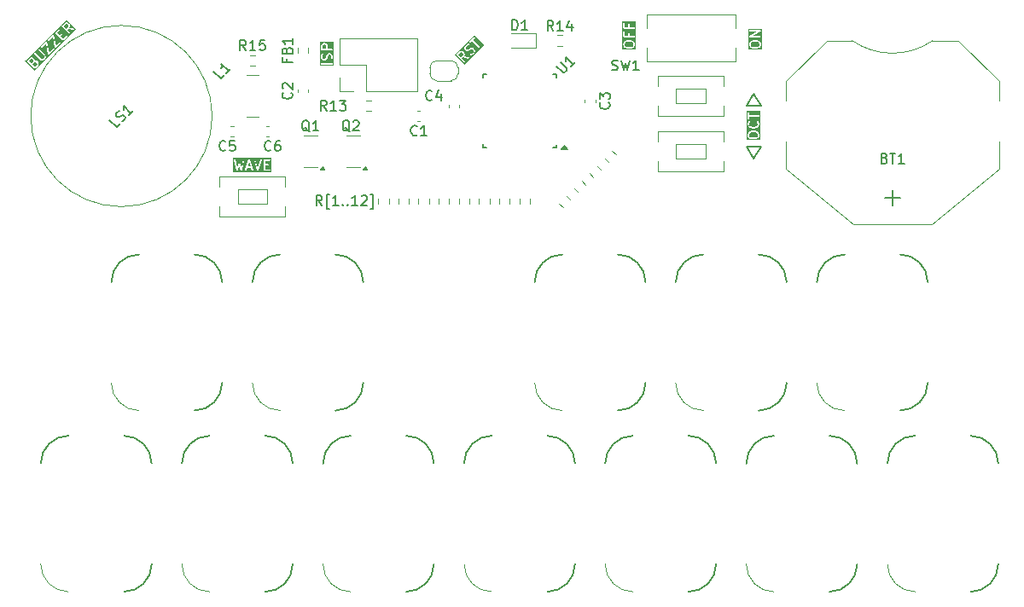
<source format=gbr>
%TF.GenerationSoftware,KiCad,Pcbnew,8.0.5*%
%TF.CreationDate,2024-12-02T23:37:23+00:00*%
%TF.ProjectId,piano-board,7069616e-6f2d-4626-9f61-72642e6b6963,rev?*%
%TF.SameCoordinates,Original*%
%TF.FileFunction,Legend,Top*%
%TF.FilePolarity,Positive*%
%FSLAX46Y46*%
G04 Gerber Fmt 4.6, Leading zero omitted, Abs format (unit mm)*
G04 Created by KiCad (PCBNEW 8.0.5) date 2024-12-02 23:37:23*
%MOMM*%
%LPD*%
G01*
G04 APERTURE LIST*
%ADD10C,0.150000*%
%ADD11C,0.100000*%
%ADD12C,0.200000*%
%ADD13C,0.120000*%
G04 APERTURE END LIST*
D10*
X223750000Y-64250000D02*
G75*
G02*
X226500000Y-67000000I1J-2749999D01*
G01*
X212500000Y-77000000D02*
G75*
G02*
X209750000Y-79750000I-2749999J-1D01*
G01*
X240500000Y-77000000D02*
G75*
G02*
X237750000Y-79750000I-2749999J-1D01*
G01*
X215500000Y-67000000D02*
G75*
G02*
X218250000Y-64250000I2749999J1D01*
G01*
D11*
X204250000Y-79750000D02*
G75*
G02*
X201500000Y-77000000I-1J2749999D01*
G01*
D10*
X201500000Y-67000000D02*
G75*
G02*
X204250000Y-64250000I2749999J1D01*
G01*
X209750000Y-64250000D02*
G75*
G02*
X212500000Y-67000000I1J-2749999D01*
G01*
D11*
X232250000Y-79750000D02*
G75*
G02*
X229500000Y-77000000I-1J2749999D01*
G01*
X218250000Y-79750000D02*
G75*
G02*
X215500000Y-77000000I-1J2749999D01*
G01*
D10*
X237750000Y-64250000D02*
G75*
G02*
X240500000Y-67000000I1J-2749999D01*
G01*
X226500000Y-77000000D02*
G75*
G02*
X223750000Y-79750000I-2749999J-1D01*
G01*
X229500000Y-67000000D02*
G75*
G02*
X232250000Y-64250000I2749999J1D01*
G01*
D11*
X211250000Y-97750000D02*
G75*
G02*
X208500000Y-95000000I-1J2749999D01*
G01*
D10*
X233500000Y-95000000D02*
G75*
G02*
X230750000Y-97750000I-2749999J-1D01*
G01*
X208500000Y-85000000D02*
G75*
G02*
X211250000Y-82250000I2749999J1D01*
G01*
D11*
X239250000Y-97750000D02*
G75*
G02*
X236500000Y-95000000I-1J2749999D01*
G01*
X225250000Y-97750000D02*
G75*
G02*
X222500000Y-95000000I-1J2749999D01*
G01*
D10*
X230750000Y-82250000D02*
G75*
G02*
X233500000Y-85000000I1J-2749999D01*
G01*
X247500000Y-95000000D02*
G75*
G02*
X244750000Y-97750000I-2749999J-1D01*
G01*
X244750000Y-82250000D02*
G75*
G02*
X247500000Y-85000000I1J-2749999D01*
G01*
X216750000Y-82250000D02*
G75*
G02*
X219500000Y-85000000I1J-2749999D01*
G01*
X219500000Y-95000000D02*
G75*
G02*
X216750000Y-97750000I-2749999J-1D01*
G01*
X236500000Y-85000000D02*
G75*
G02*
X239250000Y-82250000I2749999J1D01*
G01*
X222500000Y-85000000D02*
G75*
G02*
X225250000Y-82250000I2749999J1D01*
G01*
X205500000Y-95000000D02*
G75*
G02*
X202750000Y-97750000I-2749999J-1D01*
G01*
X194500000Y-85000000D02*
G75*
G02*
X197250000Y-82250000I2749999J1D01*
G01*
D11*
X197250000Y-97750000D02*
G75*
G02*
X194500000Y-95000000I-1J2749999D01*
G01*
D10*
X202750000Y-82250000D02*
G75*
G02*
X205500000Y-85000000I1J-2749999D01*
G01*
X180500000Y-85000000D02*
G75*
G02*
X183250000Y-82250000I2749999J1D01*
G01*
D11*
X183250000Y-97750000D02*
G75*
G02*
X180500000Y-95000000I-1J2749999D01*
G01*
D10*
X191500000Y-95000000D02*
G75*
G02*
X188750000Y-97750000I-2749999J-1D01*
G01*
X188750000Y-82250000D02*
G75*
G02*
X191500000Y-85000000I1J-2749999D01*
G01*
X177500000Y-95000000D02*
G75*
G02*
X174750000Y-97750000I-2749999J-1D01*
G01*
X166500000Y-85000000D02*
G75*
G02*
X169250000Y-82250000I2749999J1D01*
G01*
D11*
X169250000Y-97750000D02*
G75*
G02*
X166500000Y-95000000I-1J2749999D01*
G01*
D10*
X174750000Y-82250000D02*
G75*
G02*
X177500000Y-85000000I1J-2749999D01*
G01*
X152500000Y-85000000D02*
G75*
G02*
X155250000Y-82250000I2749999J1D01*
G01*
D11*
X155250000Y-97750000D02*
G75*
G02*
X152500000Y-95000000I-1J2749999D01*
G01*
D10*
X163500000Y-95000000D02*
G75*
G02*
X160750000Y-97750000I-2749999J-1D01*
G01*
X160750000Y-82250000D02*
G75*
G02*
X163500000Y-85000000I1J-2749999D01*
G01*
X173500000Y-67000000D02*
G75*
G02*
X176250000Y-64250000I2749999J1D01*
G01*
D11*
X176250000Y-79750000D02*
G75*
G02*
X173500000Y-77000000I-1J2749999D01*
G01*
D10*
X184500000Y-77000000D02*
G75*
G02*
X181750000Y-79750000I-2749999J-1D01*
G01*
X181750000Y-64250000D02*
G75*
G02*
X184500000Y-67000000I1J-2749999D01*
G01*
X223250000Y-54750000D02*
X222500000Y-53500000D01*
X224000000Y-53500000D01*
X223250000Y-54750000D01*
X224000000Y-49500000D02*
X222500000Y-49500000D01*
X223250000Y-48250000D01*
X224000000Y-49500000D01*
G36*
X152046996Y-45149848D02*
G01*
X152122973Y-45225825D01*
X152147197Y-45298496D01*
X152147197Y-45341499D01*
X152122973Y-45414170D01*
X151919151Y-45617992D01*
X151654828Y-45353669D01*
X151828891Y-45179605D01*
X151936855Y-45125624D01*
X151974325Y-45125624D01*
X152046996Y-45149848D01*
G37*
G36*
X151676607Y-44846802D02*
G01*
X151718912Y-44889107D01*
X151743136Y-44961779D01*
X151743136Y-45004781D01*
X151718912Y-45077452D01*
X151548762Y-45247603D01*
X151318110Y-45016952D01*
X151488261Y-44846801D01*
X151560932Y-44822578D01*
X151603936Y-44822578D01*
X151676607Y-44846802D01*
G37*
G36*
X155144797Y-41378611D02*
G01*
X155220775Y-41454588D01*
X155244998Y-41527259D01*
X155244998Y-41570263D01*
X155220775Y-41642934D01*
X155016953Y-41846757D01*
X154752629Y-41582433D01*
X154956451Y-41378611D01*
X155029123Y-41354387D01*
X155072126Y-41354387D01*
X155144797Y-41378611D01*
G37*
G36*
X156020932Y-41885479D02*
G01*
X151919151Y-45987259D01*
X150948844Y-45016952D01*
X150963476Y-45002320D01*
X151138486Y-45002320D01*
X151138486Y-45031583D01*
X151149685Y-45058620D01*
X151159012Y-45069985D01*
X151866118Y-45777092D01*
X151877484Y-45786420D01*
X151904520Y-45797618D01*
X151933783Y-45797618D01*
X151960819Y-45786420D01*
X151960824Y-45786414D01*
X151972184Y-45777092D01*
X152241558Y-45507718D01*
X152250885Y-45496353D01*
X152251915Y-45493864D01*
X152253682Y-45491828D01*
X152259676Y-45478402D01*
X152293348Y-45377388D01*
X152294997Y-45370132D01*
X152295756Y-45368302D01*
X152296017Y-45365648D01*
X152296608Y-45363051D01*
X152296467Y-45361076D01*
X152297197Y-45353670D01*
X152297197Y-45286326D01*
X152296467Y-45278919D01*
X152296608Y-45276945D01*
X152296017Y-45274347D01*
X152295756Y-45271694D01*
X152294997Y-45269863D01*
X152293348Y-45262608D01*
X152259676Y-45161594D01*
X152253682Y-45148168D01*
X152251917Y-45146133D01*
X152250886Y-45143643D01*
X152241558Y-45132278D01*
X152140543Y-45031263D01*
X152129178Y-45021936D01*
X152126687Y-45020904D01*
X152124652Y-45019139D01*
X152111227Y-45013145D01*
X152010212Y-44979473D01*
X152002958Y-44977823D01*
X152001127Y-44977065D01*
X151998472Y-44976803D01*
X151995875Y-44976213D01*
X151993900Y-44976353D01*
X151986495Y-44975624D01*
X151919151Y-44975624D01*
X151904519Y-44977065D01*
X151902029Y-44978096D01*
X151899342Y-44978287D01*
X151893136Y-44980661D01*
X151893136Y-44949609D01*
X151892406Y-44942203D01*
X151892547Y-44940229D01*
X151891956Y-44937631D01*
X151891695Y-44934977D01*
X151890936Y-44933145D01*
X151889287Y-44925892D01*
X151855615Y-44824876D01*
X151849621Y-44811450D01*
X151847854Y-44809413D01*
X151846824Y-44806925D01*
X151837497Y-44795560D01*
X151770154Y-44728217D01*
X151758789Y-44718890D01*
X151756298Y-44717858D01*
X151754263Y-44716093D01*
X151740838Y-44710099D01*
X151639823Y-44676427D01*
X151632569Y-44674777D01*
X151630738Y-44674019D01*
X151628083Y-44673757D01*
X151625486Y-44673167D01*
X151623511Y-44673307D01*
X151616106Y-44672578D01*
X151548762Y-44672578D01*
X151541355Y-44673307D01*
X151539381Y-44673167D01*
X151536783Y-44673757D01*
X151534130Y-44674019D01*
X151532299Y-44674777D01*
X151525044Y-44676427D01*
X151424030Y-44710099D01*
X151410604Y-44716093D01*
X151408567Y-44717859D01*
X151406079Y-44718890D01*
X151394714Y-44728217D01*
X151159012Y-44963919D01*
X151149685Y-44975284D01*
X151138486Y-45002320D01*
X150963476Y-45002320D01*
X151670582Y-44295214D01*
X151845592Y-44295214D01*
X151845592Y-44324476D01*
X151856791Y-44351513D01*
X151866118Y-44362878D01*
X152438538Y-44935298D01*
X152449903Y-44944625D01*
X152452391Y-44945655D01*
X152454428Y-44947422D01*
X152467854Y-44953416D01*
X152568870Y-44987088D01*
X152576123Y-44988737D01*
X152577955Y-44989496D01*
X152580609Y-44989757D01*
X152583207Y-44990348D01*
X152585181Y-44990207D01*
X152592587Y-44990937D01*
X152659930Y-44990937D01*
X152667335Y-44990207D01*
X152669310Y-44990348D01*
X152671907Y-44989757D01*
X152674562Y-44989496D01*
X152676393Y-44988737D01*
X152683647Y-44987088D01*
X152784662Y-44953416D01*
X152798087Y-44947422D01*
X152800122Y-44945656D01*
X152802613Y-44944625D01*
X152813978Y-44935298D01*
X152948665Y-44800611D01*
X152957992Y-44789246D01*
X152959022Y-44786757D01*
X152960789Y-44784721D01*
X152966783Y-44771295D01*
X153000455Y-44670281D01*
X153002104Y-44663025D01*
X153002863Y-44661195D01*
X153003124Y-44658541D01*
X153003715Y-44655944D01*
X153003574Y-44653969D01*
X153004304Y-44646563D01*
X153004304Y-44579219D01*
X153003574Y-44571812D01*
X153003715Y-44569838D01*
X153003124Y-44567240D01*
X153002863Y-44564587D01*
X153002104Y-44562756D01*
X153000455Y-44555501D01*
X152966783Y-44454487D01*
X152960789Y-44441061D01*
X152959022Y-44439024D01*
X152957992Y-44436536D01*
X152948665Y-44425171D01*
X152376245Y-43852751D01*
X152364880Y-43843424D01*
X152337843Y-43832225D01*
X152308581Y-43832225D01*
X152281544Y-43843424D01*
X152260852Y-43864116D01*
X152249653Y-43891153D01*
X152249653Y-43920415D01*
X152260852Y-43947452D01*
X152270179Y-43958817D01*
X152830080Y-44518718D01*
X152854304Y-44591389D01*
X152854304Y-44634392D01*
X152830080Y-44707063D01*
X152720431Y-44816712D01*
X152647760Y-44840937D01*
X152604757Y-44840937D01*
X152532085Y-44816713D01*
X151972184Y-44256812D01*
X151960819Y-44247485D01*
X151933782Y-44236286D01*
X151904520Y-44236286D01*
X151877483Y-44247485D01*
X151856791Y-44268177D01*
X151845592Y-44295214D01*
X151670582Y-44295214D01*
X152344018Y-43621778D01*
X152519027Y-43621778D01*
X152519027Y-43651041D01*
X152530226Y-43678078D01*
X152550918Y-43698770D01*
X152577954Y-43709969D01*
X152607217Y-43709969D01*
X152634254Y-43698770D01*
X152645619Y-43689443D01*
X153017930Y-43317132D01*
X153226149Y-44358226D01*
X153230432Y-44372291D01*
X153234521Y-44378397D01*
X153237333Y-44385185D01*
X153242583Y-44390435D01*
X153246716Y-44396606D01*
X153252830Y-44400682D01*
X153258025Y-44405877D01*
X153264884Y-44408718D01*
X153271064Y-44412838D01*
X153278273Y-44414264D01*
X153285062Y-44417076D01*
X153292487Y-44417076D01*
X153299771Y-44418517D01*
X153306976Y-44417076D01*
X153314324Y-44417076D01*
X153321183Y-44414234D01*
X153328467Y-44412778D01*
X153334573Y-44408688D01*
X153341361Y-44405877D01*
X153352726Y-44396550D01*
X153824131Y-43925145D01*
X153833458Y-43913780D01*
X153844657Y-43886744D01*
X153844657Y-43857481D01*
X153833458Y-43830445D01*
X153812765Y-43809752D01*
X153785729Y-43798553D01*
X153756466Y-43798553D01*
X153729430Y-43809752D01*
X153718065Y-43819079D01*
X153345753Y-44191390D01*
X153137535Y-43150297D01*
X153133252Y-43136232D01*
X153129164Y-43130128D01*
X153126352Y-43123338D01*
X153121098Y-43118084D01*
X153116968Y-43111917D01*
X153110857Y-43107843D01*
X153105659Y-43102645D01*
X153098796Y-43099802D01*
X153092620Y-43095685D01*
X153085412Y-43094259D01*
X153078623Y-43091447D01*
X153071197Y-43091447D01*
X153063913Y-43090006D01*
X153056708Y-43091447D01*
X153049360Y-43091447D01*
X153042499Y-43094288D01*
X153035217Y-43095745D01*
X153029112Y-43099833D01*
X153022324Y-43102645D01*
X153010958Y-43111973D01*
X152539553Y-43583377D01*
X152530226Y-43594742D01*
X152519027Y-43621778D01*
X152344018Y-43621778D01*
X153017452Y-42948344D01*
X153192463Y-42948344D01*
X153192463Y-42977606D01*
X153203662Y-43004643D01*
X153224354Y-43025335D01*
X153251391Y-43036534D01*
X153280653Y-43036534D01*
X153307690Y-43025335D01*
X153319055Y-43016008D01*
X153691365Y-42643697D01*
X153899584Y-43684791D01*
X153903867Y-43698856D01*
X153907956Y-43704962D01*
X153910768Y-43711750D01*
X153916018Y-43717000D01*
X153920151Y-43723171D01*
X153926265Y-43727247D01*
X153931460Y-43732442D01*
X153938319Y-43735283D01*
X153944499Y-43739403D01*
X153951708Y-43740829D01*
X153958497Y-43743641D01*
X153965922Y-43743641D01*
X153973206Y-43745082D01*
X153980411Y-43743641D01*
X153987759Y-43743641D01*
X153994618Y-43740799D01*
X154001902Y-43739343D01*
X154008008Y-43735253D01*
X154014796Y-43732442D01*
X154026161Y-43723115D01*
X154497566Y-43251710D01*
X154506893Y-43240345D01*
X154518092Y-43213309D01*
X154518092Y-43184046D01*
X154506893Y-43157010D01*
X154486200Y-43136317D01*
X154459164Y-43125118D01*
X154429901Y-43125118D01*
X154402865Y-43136317D01*
X154391500Y-43145644D01*
X154019188Y-43517955D01*
X153810970Y-42476862D01*
X153806687Y-42462797D01*
X153802599Y-42456693D01*
X153799787Y-42449903D01*
X153794533Y-42444649D01*
X153790403Y-42438482D01*
X153784292Y-42434408D01*
X153779094Y-42429210D01*
X153772231Y-42426367D01*
X153766055Y-42422250D01*
X153758847Y-42420824D01*
X153752058Y-42418012D01*
X153744632Y-42418012D01*
X153737348Y-42416571D01*
X153730143Y-42418012D01*
X153722795Y-42418012D01*
X153715933Y-42420853D01*
X153708652Y-42422310D01*
X153702548Y-42426397D01*
X153695758Y-42429210D01*
X153684393Y-42438538D01*
X153212989Y-42909942D01*
X153203662Y-42921307D01*
X153192463Y-42948344D01*
X153017452Y-42948344D01*
X153758230Y-42207566D01*
X153933241Y-42207566D01*
X153933241Y-42236829D01*
X153944440Y-42263865D01*
X153953767Y-42275230D01*
X154660874Y-42982336D01*
X154672240Y-42991664D01*
X154699276Y-43002862D01*
X154728539Y-43002862D01*
X154755575Y-42991664D01*
X154755580Y-42991658D01*
X154766940Y-42982336D01*
X155103657Y-42645619D01*
X155112985Y-42634254D01*
X155124183Y-42607217D01*
X155124183Y-42577954D01*
X155112985Y-42550918D01*
X155092292Y-42530225D01*
X155065256Y-42519027D01*
X155035993Y-42519027D01*
X155008956Y-42530225D01*
X154997591Y-42539553D01*
X154713906Y-42823237D01*
X154449583Y-42558914D01*
X154632253Y-42376245D01*
X154641580Y-42364880D01*
X154652779Y-42337843D01*
X154652779Y-42308581D01*
X154641580Y-42281544D01*
X154620888Y-42260852D01*
X154593851Y-42249653D01*
X154564589Y-42249653D01*
X154537552Y-42260852D01*
X154526187Y-42270179D01*
X154343517Y-42452848D01*
X154112866Y-42222196D01*
X154396551Y-41938512D01*
X154405878Y-41927147D01*
X154417077Y-41900111D01*
X154417077Y-41870848D01*
X154405878Y-41843811D01*
X154385186Y-41823119D01*
X154358149Y-41811920D01*
X154328886Y-41811920D01*
X154301850Y-41823119D01*
X154290485Y-41832446D01*
X153953767Y-42169164D01*
X153944440Y-42180529D01*
X153933241Y-42207566D01*
X153758230Y-42207566D01*
X154397994Y-41567802D01*
X154573004Y-41567802D01*
X154573004Y-41597064D01*
X154584203Y-41624101D01*
X154593530Y-41635466D01*
X155300637Y-42342573D01*
X155312002Y-42351900D01*
X155339038Y-42363099D01*
X155368301Y-42363099D01*
X155395337Y-42351900D01*
X155416030Y-42331207D01*
X155427229Y-42304171D01*
X155427229Y-42274908D01*
X155416030Y-42247872D01*
X155406703Y-42236507D01*
X155123019Y-41952823D01*
X155210732Y-41865109D01*
X155744697Y-41959338D01*
X155759357Y-41960462D01*
X155787928Y-41954131D01*
X155811901Y-41937350D01*
X155827628Y-41912672D01*
X155832714Y-41883853D01*
X155826384Y-41855282D01*
X155809602Y-41831309D01*
X155784924Y-41815582D01*
X155770765Y-41811620D01*
X155340071Y-41735615D01*
X155348687Y-41725117D01*
X155349718Y-41722626D01*
X155351484Y-41720591D01*
X155357478Y-41707165D01*
X155391149Y-41606149D01*
X155392798Y-41598897D01*
X155393557Y-41597065D01*
X155393818Y-41594409D01*
X155394409Y-41591813D01*
X155394268Y-41589838D01*
X155394998Y-41582433D01*
X155394998Y-41515090D01*
X155394268Y-41507684D01*
X155394409Y-41505710D01*
X155393818Y-41503113D01*
X155393557Y-41500458D01*
X155392798Y-41498625D01*
X155391149Y-41491374D01*
X155357478Y-41390358D01*
X155351484Y-41376932D01*
X155349718Y-41374896D01*
X155348687Y-41372406D01*
X155339359Y-41361040D01*
X155238344Y-41260026D01*
X155226978Y-41250698D01*
X155224487Y-41249666D01*
X155222453Y-41247902D01*
X155209028Y-41241908D01*
X155108013Y-41208236D01*
X155100759Y-41206586D01*
X155098928Y-41205828D01*
X155096273Y-41205566D01*
X155093676Y-41204976D01*
X155091701Y-41205116D01*
X155084296Y-41204387D01*
X155016953Y-41204387D01*
X155009547Y-41205116D01*
X155007573Y-41204976D01*
X155004975Y-41205566D01*
X155002321Y-41205828D01*
X155000489Y-41206586D01*
X154993236Y-41208236D01*
X154892220Y-41241908D01*
X154878794Y-41247902D01*
X154876757Y-41249668D01*
X154874269Y-41250699D01*
X154862904Y-41260026D01*
X154593530Y-41529400D01*
X154584203Y-41540765D01*
X154573004Y-41567802D01*
X154397994Y-41567802D01*
X155050624Y-40915171D01*
X156020932Y-41885479D01*
G37*
G36*
X211188617Y-43159514D02*
G01*
X211260561Y-43231457D01*
X211294819Y-43299973D01*
X211294819Y-43455039D01*
X211260561Y-43523554D01*
X211188617Y-43595497D01*
X211027251Y-43635839D01*
X210712386Y-43635839D01*
X210551019Y-43595497D01*
X210479077Y-43523555D01*
X210444819Y-43455039D01*
X210444819Y-43299973D01*
X210479077Y-43231457D01*
X210551019Y-43159514D01*
X210712386Y-43119173D01*
X211027251Y-43119173D01*
X211188617Y-43159514D01*
G37*
G36*
X211555930Y-43896950D02*
G01*
X210183708Y-43896950D01*
X210183708Y-43282268D01*
X210294819Y-43282268D01*
X210294819Y-43472744D01*
X210296260Y-43487376D01*
X210297291Y-43489865D01*
X210297482Y-43492553D01*
X210302737Y-43506285D01*
X210350356Y-43601523D01*
X210354320Y-43607822D01*
X210355078Y-43609650D01*
X210356766Y-43611706D01*
X210358188Y-43613966D01*
X210359686Y-43615265D01*
X210364405Y-43621015D01*
X210459643Y-43716253D01*
X210471008Y-43725581D01*
X210476161Y-43727715D01*
X210480640Y-43731034D01*
X210494486Y-43735981D01*
X210684962Y-43783600D01*
X210687498Y-43783975D01*
X210688520Y-43784398D01*
X210694032Y-43784940D01*
X210699506Y-43785750D01*
X210700598Y-43785587D01*
X210703152Y-43785839D01*
X211036485Y-43785839D01*
X211039038Y-43785587D01*
X211040131Y-43785750D01*
X211045604Y-43784940D01*
X211051117Y-43784398D01*
X211052138Y-43783975D01*
X211054675Y-43783600D01*
X211245151Y-43735981D01*
X211258997Y-43731034D01*
X211263476Y-43727714D01*
X211268628Y-43725581D01*
X211279994Y-43716253D01*
X211375233Y-43621015D01*
X211379953Y-43615264D01*
X211381450Y-43613966D01*
X211382869Y-43611711D01*
X211384561Y-43609650D01*
X211385319Y-43607817D01*
X211389282Y-43601523D01*
X211436901Y-43506285D01*
X211442156Y-43492554D01*
X211442347Y-43489864D01*
X211443378Y-43487376D01*
X211444819Y-43472744D01*
X211444819Y-43282268D01*
X211443378Y-43267636D01*
X211442347Y-43265147D01*
X211442156Y-43262458D01*
X211436901Y-43248727D01*
X211389282Y-43153489D01*
X211385319Y-43147194D01*
X211384561Y-43145362D01*
X211382869Y-43143300D01*
X211381450Y-43141046D01*
X211379953Y-43139747D01*
X211375233Y-43133997D01*
X211279994Y-43038759D01*
X211268628Y-43029431D01*
X211263476Y-43027297D01*
X211258997Y-43023978D01*
X211245151Y-43019031D01*
X211054675Y-42971412D01*
X211052138Y-42971036D01*
X211051117Y-42970614D01*
X211045604Y-42970071D01*
X211040131Y-42969262D01*
X211039038Y-42969424D01*
X211036485Y-42969173D01*
X210703152Y-42969173D01*
X210700598Y-42969424D01*
X210699506Y-42969262D01*
X210694032Y-42970071D01*
X210688520Y-42970614D01*
X210687498Y-42971036D01*
X210684962Y-42971412D01*
X210494486Y-43019031D01*
X210480640Y-43023978D01*
X210476161Y-43027296D01*
X210471008Y-43029431D01*
X210459643Y-43038759D01*
X210364405Y-43133997D01*
X210359686Y-43139746D01*
X210358188Y-43141046D01*
X210356766Y-43143305D01*
X210355078Y-43145362D01*
X210354320Y-43147189D01*
X210350356Y-43153489D01*
X210302737Y-43248727D01*
X210297482Y-43262459D01*
X210297291Y-43265146D01*
X210296260Y-43267636D01*
X210294819Y-43282268D01*
X210183708Y-43282268D01*
X210183708Y-42139411D01*
X210294819Y-42139411D01*
X210294819Y-42615601D01*
X210296260Y-42630233D01*
X210307459Y-42657269D01*
X210328151Y-42677961D01*
X210355187Y-42689160D01*
X210369819Y-42690601D01*
X211369819Y-42690601D01*
X211384451Y-42689160D01*
X211411487Y-42677961D01*
X211432179Y-42657269D01*
X211443378Y-42630233D01*
X211443378Y-42600969D01*
X211432179Y-42573933D01*
X211411487Y-42553241D01*
X211384451Y-42542042D01*
X211369819Y-42540601D01*
X210921009Y-42540601D01*
X210921009Y-42282268D01*
X210919568Y-42267636D01*
X210908369Y-42240600D01*
X210887677Y-42219908D01*
X210860641Y-42208709D01*
X210831377Y-42208709D01*
X210804341Y-42219908D01*
X210783649Y-42240600D01*
X210772450Y-42267636D01*
X210771009Y-42282268D01*
X210771009Y-42540601D01*
X210444819Y-42540601D01*
X210444819Y-42139411D01*
X210443378Y-42124779D01*
X210432179Y-42097743D01*
X210411487Y-42077051D01*
X210384451Y-42065852D01*
X210355187Y-42065852D01*
X210328151Y-42077051D01*
X210307459Y-42097743D01*
X210296260Y-42124779D01*
X210294819Y-42139411D01*
X210183708Y-42139411D01*
X210183708Y-41282268D01*
X210294819Y-41282268D01*
X210294819Y-41758458D01*
X210296260Y-41773090D01*
X210307459Y-41800126D01*
X210328151Y-41820818D01*
X210355187Y-41832017D01*
X210369819Y-41833458D01*
X211369819Y-41833458D01*
X211384451Y-41832017D01*
X211411487Y-41820818D01*
X211432179Y-41800126D01*
X211443378Y-41773090D01*
X211443378Y-41743826D01*
X211432179Y-41716790D01*
X211411487Y-41696098D01*
X211384451Y-41684899D01*
X211369819Y-41683458D01*
X210921009Y-41683458D01*
X210921009Y-41425125D01*
X210919568Y-41410493D01*
X210908369Y-41383457D01*
X210887677Y-41362765D01*
X210860641Y-41351566D01*
X210831377Y-41351566D01*
X210804341Y-41362765D01*
X210783649Y-41383457D01*
X210772450Y-41410493D01*
X210771009Y-41425125D01*
X210771009Y-41683458D01*
X210444819Y-41683458D01*
X210444819Y-41282268D01*
X210443378Y-41267636D01*
X210432179Y-41240600D01*
X210411487Y-41219908D01*
X210384451Y-41208709D01*
X210355187Y-41208709D01*
X210328151Y-41219908D01*
X210307459Y-41240600D01*
X210296260Y-41267636D01*
X210294819Y-41282268D01*
X210183708Y-41282268D01*
X210183708Y-41097598D01*
X211555930Y-41097598D01*
X211555930Y-43896950D01*
G37*
G36*
X180768963Y-43432479D02*
G01*
X180799370Y-43462886D01*
X180833628Y-43531402D01*
X180833628Y-43819649D01*
X180459819Y-43819649D01*
X180459819Y-43531402D01*
X180494077Y-43462886D01*
X180524484Y-43432479D01*
X180593000Y-43398221D01*
X180700447Y-43398221D01*
X180768963Y-43432479D01*
G37*
G36*
X181570930Y-45509331D02*
G01*
X180198708Y-45509331D01*
X180198708Y-45308588D01*
X180311260Y-45308588D01*
X180311260Y-45337852D01*
X180322459Y-45364888D01*
X180343151Y-45385580D01*
X180370187Y-45396779D01*
X180384819Y-45398220D01*
X181384819Y-45398220D01*
X181399451Y-45396779D01*
X181426487Y-45385580D01*
X181447179Y-45364888D01*
X181458378Y-45337852D01*
X181458378Y-45308588D01*
X181447179Y-45281552D01*
X181426487Y-45260860D01*
X181399451Y-45249661D01*
X181384819Y-45248220D01*
X180384819Y-45248220D01*
X180370187Y-45249661D01*
X180343151Y-45260860D01*
X180322459Y-45281552D01*
X180311260Y-45308588D01*
X180198708Y-45308588D01*
X180198708Y-44466078D01*
X180309819Y-44466078D01*
X180309819Y-44704173D01*
X180311260Y-44718805D01*
X180312291Y-44721294D01*
X180312482Y-44723982D01*
X180317737Y-44737714D01*
X180365356Y-44832952D01*
X180369320Y-44839251D01*
X180370078Y-44841079D01*
X180371766Y-44843135D01*
X180373188Y-44845395D01*
X180374686Y-44846694D01*
X180379405Y-44852444D01*
X180427024Y-44900063D01*
X180432773Y-44904781D01*
X180434073Y-44906280D01*
X180436332Y-44907701D01*
X180438389Y-44909390D01*
X180440216Y-44910147D01*
X180446516Y-44914112D01*
X180541754Y-44961731D01*
X180555485Y-44966986D01*
X180558174Y-44967177D01*
X180560663Y-44968208D01*
X180575295Y-44969649D01*
X180670533Y-44969649D01*
X180685165Y-44968208D01*
X180687654Y-44967176D01*
X180690342Y-44966986D01*
X180704074Y-44961731D01*
X180799312Y-44914112D01*
X180805611Y-44910147D01*
X180807439Y-44909390D01*
X180809495Y-44907701D01*
X180811755Y-44906280D01*
X180813054Y-44904781D01*
X180818804Y-44900063D01*
X180866423Y-44852444D01*
X180871141Y-44846694D01*
X180872640Y-44845395D01*
X180874061Y-44843135D01*
X180875750Y-44841079D01*
X180876507Y-44839251D01*
X180880472Y-44832952D01*
X180928091Y-44737714D01*
X180928500Y-44736644D01*
X180928823Y-44736209D01*
X180931015Y-44730072D01*
X180933346Y-44723983D01*
X180933384Y-44723442D01*
X180933770Y-44722363D01*
X180979392Y-44539873D01*
X181017886Y-44462886D01*
X181048293Y-44432479D01*
X181116809Y-44398221D01*
X181176637Y-44398221D01*
X181245153Y-44432479D01*
X181275561Y-44462886D01*
X181309819Y-44531402D01*
X181309819Y-44739622D01*
X181266049Y-44870932D01*
X181262789Y-44885269D01*
X181264864Y-44914459D01*
X181277950Y-44940632D01*
X181300057Y-44959806D01*
X181327820Y-44969060D01*
X181357010Y-44966985D01*
X181383183Y-44953899D01*
X181402357Y-44931792D01*
X181408351Y-44918366D01*
X181455970Y-44775510D01*
X181457619Y-44768254D01*
X181458378Y-44766424D01*
X181458639Y-44763770D01*
X181459230Y-44761173D01*
X181459089Y-44759198D01*
X181459819Y-44751792D01*
X181459819Y-44513697D01*
X181458378Y-44499065D01*
X181457347Y-44496576D01*
X181457156Y-44493887D01*
X181451901Y-44480156D01*
X181404282Y-44384918D01*
X181400317Y-44378618D01*
X181399560Y-44376791D01*
X181397872Y-44374734D01*
X181396450Y-44372475D01*
X181394950Y-44371174D01*
X181390232Y-44365425D01*
X181342612Y-44317806D01*
X181336863Y-44313088D01*
X181335564Y-44311590D01*
X181333305Y-44310168D01*
X181331247Y-44308479D01*
X181329417Y-44307721D01*
X181323121Y-44303758D01*
X181227883Y-44256139D01*
X181214151Y-44250884D01*
X181211463Y-44250693D01*
X181208974Y-44249662D01*
X181194342Y-44248221D01*
X181099104Y-44248221D01*
X181084472Y-44249662D01*
X181081983Y-44250692D01*
X181079294Y-44250884D01*
X181065563Y-44256139D01*
X180970325Y-44303758D01*
X180964025Y-44307722D01*
X180962198Y-44308480D01*
X180960141Y-44310168D01*
X180957882Y-44311590D01*
X180956582Y-44313088D01*
X180950833Y-44317807D01*
X180903214Y-44365426D01*
X180898495Y-44371175D01*
X180896997Y-44372475D01*
X180895575Y-44374734D01*
X180893887Y-44376791D01*
X180893129Y-44378618D01*
X180889165Y-44384918D01*
X180841546Y-44480156D01*
X180841136Y-44481225D01*
X180840814Y-44481661D01*
X180838618Y-44487806D01*
X180836291Y-44493888D01*
X180836252Y-44494427D01*
X180835867Y-44495507D01*
X180790244Y-44677997D01*
X180751751Y-44754984D01*
X180721344Y-44785391D01*
X180652828Y-44819649D01*
X180593000Y-44819649D01*
X180524484Y-44785391D01*
X180494077Y-44754984D01*
X180459819Y-44686468D01*
X180459819Y-44478248D01*
X180503589Y-44346939D01*
X180506849Y-44332602D01*
X180504774Y-44303412D01*
X180491688Y-44277238D01*
X180469580Y-44258064D01*
X180441818Y-44248810D01*
X180412628Y-44250885D01*
X180386455Y-44263972D01*
X180367281Y-44286079D01*
X180361287Y-44299504D01*
X180313668Y-44442361D01*
X180312018Y-44449614D01*
X180311260Y-44451446D01*
X180310998Y-44454100D01*
X180310408Y-44456698D01*
X180310548Y-44458672D01*
X180309819Y-44466078D01*
X180198708Y-44466078D01*
X180198708Y-43513697D01*
X180309819Y-43513697D01*
X180309819Y-43894649D01*
X180311260Y-43909281D01*
X180322459Y-43936317D01*
X180343151Y-43957009D01*
X180370187Y-43968208D01*
X180384819Y-43969649D01*
X181384819Y-43969649D01*
X181399451Y-43968208D01*
X181426487Y-43957009D01*
X181447179Y-43936317D01*
X181458378Y-43909281D01*
X181458378Y-43880017D01*
X181447179Y-43852981D01*
X181426487Y-43832289D01*
X181399451Y-43821090D01*
X181384819Y-43819649D01*
X180983628Y-43819649D01*
X180983628Y-43513697D01*
X180982187Y-43499065D01*
X180981156Y-43496576D01*
X180980965Y-43493887D01*
X180975710Y-43480156D01*
X180928091Y-43384918D01*
X180924126Y-43378618D01*
X180923369Y-43376791D01*
X180921680Y-43374734D01*
X180920259Y-43372475D01*
X180918760Y-43371175D01*
X180914042Y-43365426D01*
X180866423Y-43317807D01*
X180860673Y-43313088D01*
X180859374Y-43311590D01*
X180857114Y-43310168D01*
X180855058Y-43308480D01*
X180853230Y-43307722D01*
X180846931Y-43303758D01*
X180751693Y-43256139D01*
X180737961Y-43250884D01*
X180735273Y-43250693D01*
X180732784Y-43249662D01*
X180718152Y-43248221D01*
X180575295Y-43248221D01*
X180560663Y-43249662D01*
X180558174Y-43250692D01*
X180555485Y-43250884D01*
X180541754Y-43256139D01*
X180446516Y-43303758D01*
X180440216Y-43307722D01*
X180438389Y-43308480D01*
X180436332Y-43310168D01*
X180434073Y-43311590D01*
X180432773Y-43313088D01*
X180427024Y-43317807D01*
X180379405Y-43365426D01*
X180374686Y-43371175D01*
X180373188Y-43372475D01*
X180371766Y-43374734D01*
X180370078Y-43376791D01*
X180369320Y-43378618D01*
X180365356Y-43384918D01*
X180317737Y-43480156D01*
X180312482Y-43493888D01*
X180312291Y-43496575D01*
X180311260Y-43499065D01*
X180309819Y-43513697D01*
X180198708Y-43513697D01*
X180198708Y-43137110D01*
X181570930Y-43137110D01*
X181570930Y-45509331D01*
G37*
X180408207Y-59369819D02*
X180074874Y-58893628D01*
X179836779Y-59369819D02*
X179836779Y-58369819D01*
X179836779Y-58369819D02*
X180217731Y-58369819D01*
X180217731Y-58369819D02*
X180312969Y-58417438D01*
X180312969Y-58417438D02*
X180360588Y-58465057D01*
X180360588Y-58465057D02*
X180408207Y-58560295D01*
X180408207Y-58560295D02*
X180408207Y-58703152D01*
X180408207Y-58703152D02*
X180360588Y-58798390D01*
X180360588Y-58798390D02*
X180312969Y-58846009D01*
X180312969Y-58846009D02*
X180217731Y-58893628D01*
X180217731Y-58893628D02*
X179836779Y-58893628D01*
X181122493Y-59703152D02*
X180884398Y-59703152D01*
X180884398Y-59703152D02*
X180884398Y-58274580D01*
X180884398Y-58274580D02*
X181122493Y-58274580D01*
X182027255Y-59369819D02*
X181455827Y-59369819D01*
X181741541Y-59369819D02*
X181741541Y-58369819D01*
X181741541Y-58369819D02*
X181646303Y-58512676D01*
X181646303Y-58512676D02*
X181551065Y-58607914D01*
X181551065Y-58607914D02*
X181455827Y-58655533D01*
X182455827Y-59274580D02*
X182503446Y-59322200D01*
X182503446Y-59322200D02*
X182455827Y-59369819D01*
X182455827Y-59369819D02*
X182408208Y-59322200D01*
X182408208Y-59322200D02*
X182455827Y-59274580D01*
X182455827Y-59274580D02*
X182455827Y-59369819D01*
X182932017Y-59274580D02*
X182979636Y-59322200D01*
X182979636Y-59322200D02*
X182932017Y-59369819D01*
X182932017Y-59369819D02*
X182884398Y-59322200D01*
X182884398Y-59322200D02*
X182932017Y-59274580D01*
X182932017Y-59274580D02*
X182932017Y-59369819D01*
X183932016Y-59369819D02*
X183360588Y-59369819D01*
X183646302Y-59369819D02*
X183646302Y-58369819D01*
X183646302Y-58369819D02*
X183551064Y-58512676D01*
X183551064Y-58512676D02*
X183455826Y-58607914D01*
X183455826Y-58607914D02*
X183360588Y-58655533D01*
X184312969Y-58465057D02*
X184360588Y-58417438D01*
X184360588Y-58417438D02*
X184455826Y-58369819D01*
X184455826Y-58369819D02*
X184693921Y-58369819D01*
X184693921Y-58369819D02*
X184789159Y-58417438D01*
X184789159Y-58417438D02*
X184836778Y-58465057D01*
X184836778Y-58465057D02*
X184884397Y-58560295D01*
X184884397Y-58560295D02*
X184884397Y-58655533D01*
X184884397Y-58655533D02*
X184836778Y-58798390D01*
X184836778Y-58798390D02*
X184265350Y-59369819D01*
X184265350Y-59369819D02*
X184884397Y-59369819D01*
X185217731Y-59703152D02*
X185455826Y-59703152D01*
X185455826Y-59703152D02*
X185455826Y-58274580D01*
X185455826Y-58274580D02*
X185217731Y-58274580D01*
G36*
X194321446Y-44201963D02*
G01*
X194397423Y-44277940D01*
X194421647Y-44350611D01*
X194421647Y-44393614D01*
X194397423Y-44466285D01*
X194193601Y-44670107D01*
X193929278Y-44405784D01*
X194133100Y-44201962D01*
X194205771Y-44177739D01*
X194248775Y-44177739D01*
X194321446Y-44201963D01*
G37*
G36*
X196476088Y-43430322D02*
G01*
X194530318Y-45376092D01*
X193560012Y-44405785D01*
X193574643Y-44391154D01*
X193749653Y-44391154D01*
X193749653Y-44420417D01*
X193760852Y-44447453D01*
X193770179Y-44458818D01*
X194477286Y-45165924D01*
X194488652Y-45175252D01*
X194515688Y-45186450D01*
X194544951Y-45186450D01*
X194571987Y-45175252D01*
X194592680Y-45154559D01*
X194603878Y-45127523D01*
X194603878Y-45098260D01*
X194592680Y-45071224D01*
X194583352Y-45059858D01*
X194299667Y-44776173D01*
X194387380Y-44688460D01*
X194921346Y-44782689D01*
X194936006Y-44783813D01*
X194964577Y-44777482D01*
X194988550Y-44760701D01*
X195004277Y-44736023D01*
X195009363Y-44707204D01*
X195003033Y-44678633D01*
X194986251Y-44654660D01*
X194961573Y-44638933D01*
X194947414Y-44634971D01*
X194516719Y-44558966D01*
X194525335Y-44548468D01*
X194526365Y-44545979D01*
X194528132Y-44543943D01*
X194534126Y-44530517D01*
X194567798Y-44429503D01*
X194569447Y-44422247D01*
X194570206Y-44420417D01*
X194570467Y-44417763D01*
X194571058Y-44415166D01*
X194570917Y-44413191D01*
X194571647Y-44405785D01*
X194571647Y-44338441D01*
X194570917Y-44331034D01*
X194571058Y-44329060D01*
X194570467Y-44326462D01*
X194570206Y-44323809D01*
X194569447Y-44321978D01*
X194567798Y-44314723D01*
X194534126Y-44213709D01*
X194528132Y-44200283D01*
X194526367Y-44198248D01*
X194525336Y-44195758D01*
X194516008Y-44184393D01*
X194414993Y-44083378D01*
X194403628Y-44074051D01*
X194401137Y-44073019D01*
X194399102Y-44071254D01*
X194385677Y-44065260D01*
X194284662Y-44031588D01*
X194277408Y-44029938D01*
X194275577Y-44029180D01*
X194272922Y-44028918D01*
X194270325Y-44028328D01*
X194268350Y-44028468D01*
X194260945Y-44027739D01*
X194193601Y-44027739D01*
X194186194Y-44028468D01*
X194184220Y-44028328D01*
X194181622Y-44028918D01*
X194178969Y-44029180D01*
X194177138Y-44029938D01*
X194169883Y-44031588D01*
X194068869Y-44065260D01*
X194055443Y-44071254D01*
X194053406Y-44073020D01*
X194050918Y-44074051D01*
X194039553Y-44083378D01*
X193770179Y-44352752D01*
X193760852Y-44364117D01*
X193749653Y-44391154D01*
X193574643Y-44391154D01*
X194267119Y-43698678D01*
X194522662Y-43698678D01*
X194522662Y-43766021D01*
X194523391Y-43773426D01*
X194523251Y-43775401D01*
X194523841Y-43777998D01*
X194524103Y-43780653D01*
X194524861Y-43782484D01*
X194526511Y-43789738D01*
X194560183Y-43890754D01*
X194566177Y-43904179D01*
X194567942Y-43906214D01*
X194568974Y-43908705D01*
X194578301Y-43920070D01*
X194645645Y-43987413D01*
X194657011Y-43996741D01*
X194659499Y-43997771D01*
X194661535Y-43999537D01*
X194674961Y-44005531D01*
X194775975Y-44039203D01*
X194783230Y-44040852D01*
X194785061Y-44041611D01*
X194787714Y-44041872D01*
X194790312Y-44042463D01*
X194792286Y-44042322D01*
X194799693Y-44043052D01*
X194867036Y-44043052D01*
X194874441Y-44042322D01*
X194876416Y-44042463D01*
X194879013Y-44041872D01*
X194881668Y-44041611D01*
X194883499Y-44040852D01*
X194890753Y-44039203D01*
X194991769Y-44005531D01*
X194992815Y-44005063D01*
X194993351Y-44004984D01*
X194999245Y-44002192D01*
X195005194Y-43999537D01*
X195005602Y-43999182D01*
X195006639Y-43998692D01*
X195167940Y-43901911D01*
X195249596Y-43874693D01*
X195292599Y-43874693D01*
X195365270Y-43898917D01*
X195407576Y-43941222D01*
X195431800Y-44013894D01*
X195431800Y-44056896D01*
X195407576Y-44129567D01*
X195260341Y-44276802D01*
X195136541Y-44338703D01*
X195124098Y-44346536D01*
X195104925Y-44368643D01*
X195095671Y-44396404D01*
X195097745Y-44425595D01*
X195110833Y-44451769D01*
X195132940Y-44470942D01*
X195160701Y-44480196D01*
X195189892Y-44478122D01*
X195203623Y-44472867D01*
X195338310Y-44405523D01*
X195344606Y-44401559D01*
X195346437Y-44400801D01*
X195348498Y-44399109D01*
X195350753Y-44397690D01*
X195352049Y-44396194D01*
X195357802Y-44391474D01*
X195526161Y-44223115D01*
X195535489Y-44211749D01*
X195536519Y-44209260D01*
X195538285Y-44207225D01*
X195544279Y-44193799D01*
X195577951Y-44092785D01*
X195579600Y-44085529D01*
X195580359Y-44083699D01*
X195580620Y-44081045D01*
X195581211Y-44078448D01*
X195581070Y-44076473D01*
X195581800Y-44069067D01*
X195581800Y-44001724D01*
X195581070Y-43994318D01*
X195581211Y-43992344D01*
X195580620Y-43989746D01*
X195580359Y-43987092D01*
X195579600Y-43985260D01*
X195577951Y-43978007D01*
X195544279Y-43876991D01*
X195538285Y-43863565D01*
X195536518Y-43861528D01*
X195535488Y-43859040D01*
X195526161Y-43847675D01*
X195458817Y-43780332D01*
X195447451Y-43771004D01*
X195444960Y-43769972D01*
X195442926Y-43768208D01*
X195429501Y-43762214D01*
X195328486Y-43728542D01*
X195321232Y-43726892D01*
X195319401Y-43726134D01*
X195316746Y-43725872D01*
X195314149Y-43725282D01*
X195312174Y-43725422D01*
X195304769Y-43724693D01*
X195237426Y-43724693D01*
X195230020Y-43725422D01*
X195228046Y-43725282D01*
X195225448Y-43725872D01*
X195222794Y-43726134D01*
X195220962Y-43726892D01*
X195213709Y-43728542D01*
X195112693Y-43762214D01*
X195111649Y-43762679D01*
X195111111Y-43762760D01*
X195105218Y-43765551D01*
X195099267Y-43768208D01*
X195098857Y-43768562D01*
X195097823Y-43769053D01*
X194936523Y-43865832D01*
X194854866Y-43893052D01*
X194811863Y-43893052D01*
X194739191Y-43868827D01*
X194696885Y-43826522D01*
X194672662Y-43753851D01*
X194672662Y-43710848D01*
X194696886Y-43638176D01*
X194844120Y-43490942D01*
X194967921Y-43429042D01*
X194980364Y-43421209D01*
X194999537Y-43399102D01*
X195008791Y-43371340D01*
X195006717Y-43342150D01*
X194993630Y-43315976D01*
X194971522Y-43296803D01*
X194943761Y-43287549D01*
X194914571Y-43289623D01*
X194900839Y-43294878D01*
X194766152Y-43362222D01*
X194759857Y-43366184D01*
X194758026Y-43366943D01*
X194755963Y-43368636D01*
X194753709Y-43370055D01*
X194752412Y-43371550D01*
X194746660Y-43376271D01*
X194578301Y-43544630D01*
X194568974Y-43555995D01*
X194567942Y-43558485D01*
X194566177Y-43560521D01*
X194560183Y-43573946D01*
X194526511Y-43674961D01*
X194524861Y-43682214D01*
X194524103Y-43684046D01*
X194523841Y-43686700D01*
X194523251Y-43689298D01*
X194523391Y-43691272D01*
X194522662Y-43698678D01*
X194267119Y-43698678D01*
X194854170Y-43111627D01*
X195029180Y-43111627D01*
X195029180Y-43140889D01*
X195040379Y-43167926D01*
X195061071Y-43188618D01*
X195088108Y-43199817D01*
X195117370Y-43199817D01*
X195144407Y-43188618D01*
X195155772Y-43179291D01*
X195304769Y-43030293D01*
X195958843Y-43684367D01*
X195970209Y-43693695D01*
X195997245Y-43704893D01*
X196026508Y-43704893D01*
X196053544Y-43693695D01*
X196074237Y-43673002D01*
X196085435Y-43645966D01*
X196085435Y-43616703D01*
X196074237Y-43589667D01*
X196064909Y-43578301D01*
X195410835Y-42924227D01*
X195559833Y-42775230D01*
X195569161Y-42763864D01*
X195580359Y-42736828D01*
X195580359Y-42707565D01*
X195569161Y-42680529D01*
X195548468Y-42659836D01*
X195521432Y-42648638D01*
X195492169Y-42648638D01*
X195465133Y-42659836D01*
X195453767Y-42669164D01*
X195049706Y-43073225D01*
X195040379Y-43084590D01*
X195029180Y-43111627D01*
X194854170Y-43111627D01*
X195505781Y-42460015D01*
X196476088Y-43430322D01*
G37*
G36*
X173324514Y-55509104D02*
G01*
X173056438Y-55509104D01*
X173190476Y-55106989D01*
X173324514Y-55509104D01*
G37*
G36*
X175375146Y-56055930D02*
G01*
X171575846Y-56055930D01*
X171575846Y-54872623D01*
X171686957Y-54872623D01*
X171688945Y-54887191D01*
X171927040Y-55887191D01*
X171928769Y-55892210D01*
X171929009Y-55894012D01*
X171929951Y-55895640D01*
X171931830Y-55901091D01*
X171938216Y-55909915D01*
X171943671Y-55919337D01*
X171946728Y-55921677D01*
X171948987Y-55924798D01*
X171958262Y-55930505D01*
X171966909Y-55937124D01*
X171970629Y-55938116D01*
X171973909Y-55940134D01*
X171984663Y-55941858D01*
X171995185Y-55944664D01*
X171999000Y-55944157D01*
X172002804Y-55944767D01*
X172013402Y-55942243D01*
X172024193Y-55940810D01*
X172027524Y-55938881D01*
X172031272Y-55937989D01*
X172040096Y-55931602D01*
X172049518Y-55926148D01*
X172051858Y-55923090D01*
X172054979Y-55920832D01*
X172060686Y-55911556D01*
X172067305Y-55902910D01*
X172069330Y-55897510D01*
X172070315Y-55895910D01*
X172070602Y-55894118D01*
X172072468Y-55889144D01*
X172190475Y-55446613D01*
X172308484Y-55889144D01*
X172310349Y-55894119D01*
X172310637Y-55895910D01*
X172311621Y-55897509D01*
X172313647Y-55902911D01*
X172320267Y-55911559D01*
X172325973Y-55920832D01*
X172329093Y-55923090D01*
X172331434Y-55926148D01*
X172340855Y-55931602D01*
X172349680Y-55937989D01*
X172353427Y-55938881D01*
X172356759Y-55940810D01*
X172367552Y-55942244D01*
X172378148Y-55944767D01*
X172381949Y-55944157D01*
X172385768Y-55944665D01*
X172396299Y-55941856D01*
X172407043Y-55940134D01*
X172410319Y-55938118D01*
X172414043Y-55937125D01*
X172422693Y-55930503D01*
X172431965Y-55924798D01*
X172434223Y-55921677D01*
X172437281Y-55919337D01*
X172442736Y-55909914D01*
X172449122Y-55901091D01*
X172450999Y-55895642D01*
X172451943Y-55894013D01*
X172452182Y-55892209D01*
X172453912Y-55887191D01*
X172460282Y-55860439D01*
X172782732Y-55860439D01*
X172784807Y-55889629D01*
X172797893Y-55915802D01*
X172820000Y-55934976D01*
X172847763Y-55944230D01*
X172876953Y-55942155D01*
X172903126Y-55929069D01*
X172922300Y-55906962D01*
X172928294Y-55893536D01*
X173006438Y-55659104D01*
X173374514Y-55659104D01*
X173452658Y-55893536D01*
X173458652Y-55906961D01*
X173477826Y-55929068D01*
X173503999Y-55942155D01*
X173533189Y-55944230D01*
X173560951Y-55934976D01*
X173583059Y-55915802D01*
X173596145Y-55889628D01*
X173598220Y-55860438D01*
X173594960Y-55846102D01*
X173272659Y-54879199D01*
X173639875Y-54879199D01*
X173643135Y-54893536D01*
X173976468Y-55893536D01*
X173982462Y-55906961D01*
X173985972Y-55911008D01*
X173988369Y-55915802D01*
X173995477Y-55921967D01*
X174001636Y-55929068D01*
X174006425Y-55931462D01*
X174010476Y-55934976D01*
X174019401Y-55937950D01*
X174027809Y-55942155D01*
X174033153Y-55942534D01*
X174038239Y-55944230D01*
X174047619Y-55943563D01*
X174056999Y-55944230D01*
X174062084Y-55942534D01*
X174067429Y-55942155D01*
X174075839Y-55937949D01*
X174084761Y-55934976D01*
X174088808Y-55931465D01*
X174093602Y-55929069D01*
X174099765Y-55921963D01*
X174106869Y-55915802D01*
X174109264Y-55911010D01*
X174112776Y-55906962D01*
X174118770Y-55893536D01*
X174452103Y-54893536D01*
X174455363Y-54879200D01*
X174454696Y-54869819D01*
X174639286Y-54869819D01*
X174639286Y-55869819D01*
X174640727Y-55884451D01*
X174651926Y-55911487D01*
X174672618Y-55932179D01*
X174699654Y-55943378D01*
X174714286Y-55944819D01*
X175190476Y-55944819D01*
X175205108Y-55943378D01*
X175232144Y-55932179D01*
X175252836Y-55911487D01*
X175264035Y-55884451D01*
X175264035Y-55855187D01*
X175252836Y-55828151D01*
X175232144Y-55807459D01*
X175205108Y-55796260D01*
X175190476Y-55794819D01*
X174789286Y-55794819D01*
X174789286Y-55421009D01*
X175047619Y-55421009D01*
X175062251Y-55419568D01*
X175089287Y-55408369D01*
X175109979Y-55387677D01*
X175121178Y-55360641D01*
X175121178Y-55331377D01*
X175109979Y-55304341D01*
X175089287Y-55283649D01*
X175062251Y-55272450D01*
X175047619Y-55271009D01*
X174789286Y-55271009D01*
X174789286Y-54944819D01*
X175190476Y-54944819D01*
X175205108Y-54943378D01*
X175232144Y-54932179D01*
X175252836Y-54911487D01*
X175264035Y-54884451D01*
X175264035Y-54855187D01*
X175252836Y-54828151D01*
X175232144Y-54807459D01*
X175205108Y-54796260D01*
X175190476Y-54794819D01*
X174714286Y-54794819D01*
X174699654Y-54796260D01*
X174672618Y-54807459D01*
X174651926Y-54828151D01*
X174640727Y-54855187D01*
X174639286Y-54869819D01*
X174454696Y-54869819D01*
X174453288Y-54850010D01*
X174440202Y-54823836D01*
X174418094Y-54804662D01*
X174390332Y-54795408D01*
X174361142Y-54797483D01*
X174334969Y-54810570D01*
X174315795Y-54832677D01*
X174309801Y-54846102D01*
X174047619Y-55632648D01*
X173785437Y-54846102D01*
X173779443Y-54832676D01*
X173760269Y-54810569D01*
X173734096Y-54797483D01*
X173704906Y-54795408D01*
X173677143Y-54804662D01*
X173655036Y-54823836D01*
X173641950Y-54850009D01*
X173639875Y-54879199D01*
X173272659Y-54879199D01*
X173261627Y-54846102D01*
X173255633Y-54832676D01*
X173252121Y-54828627D01*
X173249726Y-54823836D01*
X173242622Y-54817674D01*
X173236459Y-54810569D01*
X173231665Y-54808172D01*
X173227618Y-54804662D01*
X173218696Y-54801688D01*
X173210286Y-54797483D01*
X173204941Y-54797103D01*
X173199856Y-54795408D01*
X173190476Y-54796074D01*
X173181096Y-54795408D01*
X173176010Y-54797103D01*
X173170666Y-54797483D01*
X173162258Y-54801687D01*
X173153333Y-54804662D01*
X173149282Y-54808175D01*
X173144493Y-54810570D01*
X173138334Y-54817670D01*
X173131226Y-54823836D01*
X173128829Y-54828629D01*
X173125319Y-54832677D01*
X173119325Y-54846102D01*
X172785992Y-55846102D01*
X172782732Y-55860439D01*
X172460282Y-55860439D01*
X172692008Y-54887191D01*
X172693996Y-54872623D01*
X172689363Y-54843728D01*
X172674027Y-54818806D01*
X172650320Y-54801650D01*
X172621852Y-54794871D01*
X172592957Y-54799504D01*
X172568035Y-54814840D01*
X172550878Y-54838547D01*
X172546088Y-54852448D01*
X172376835Y-55563303D01*
X172262944Y-55136208D01*
X172261658Y-55132780D01*
X172261467Y-55131339D01*
X172260475Y-55129626D01*
X172257781Y-55122442D01*
X172251766Y-55114583D01*
X172246805Y-55106015D01*
X172242946Y-55103061D01*
X172239994Y-55099204D01*
X172231429Y-55094245D01*
X172223567Y-55088227D01*
X172218870Y-55086974D01*
X172214669Y-55084542D01*
X172204862Y-55083239D01*
X172195292Y-55080687D01*
X172190473Y-55081327D01*
X172185661Y-55080688D01*
X172176100Y-55083237D01*
X172166283Y-55084542D01*
X172162077Y-55086976D01*
X172157385Y-55088228D01*
X172149525Y-55094243D01*
X172140958Y-55099204D01*
X172138004Y-55103062D01*
X172134147Y-55106015D01*
X172129188Y-55114580D01*
X172123171Y-55122441D01*
X172120474Y-55129630D01*
X172119485Y-55131340D01*
X172119293Y-55132779D01*
X172118008Y-55136208D01*
X172004116Y-55563303D01*
X171834865Y-54852447D01*
X171830075Y-54838547D01*
X171812918Y-54814840D01*
X171787996Y-54799504D01*
X171759101Y-54794871D01*
X171730633Y-54801649D01*
X171706926Y-54818806D01*
X171691590Y-54843728D01*
X171686957Y-54872623D01*
X171575846Y-54872623D01*
X171575846Y-54683708D01*
X175375146Y-54683708D01*
X175375146Y-56055930D01*
G37*
G36*
X223523617Y-52162960D02*
G01*
X223595561Y-52234903D01*
X223629819Y-52303419D01*
X223629819Y-52458485D01*
X223595561Y-52527000D01*
X223523617Y-52598943D01*
X223362251Y-52639285D01*
X223047386Y-52639285D01*
X222886019Y-52598943D01*
X222814077Y-52527001D01*
X222779819Y-52458485D01*
X222779819Y-52303419D01*
X222814077Y-52234903D01*
X222886019Y-52162960D01*
X223047386Y-52122619D01*
X223362251Y-52122619D01*
X223523617Y-52162960D01*
G37*
G36*
X223890930Y-52900396D02*
G01*
X222518708Y-52900396D01*
X222518708Y-52285714D01*
X222629819Y-52285714D01*
X222629819Y-52476190D01*
X222631260Y-52490822D01*
X222632291Y-52493311D01*
X222632482Y-52495999D01*
X222637737Y-52509731D01*
X222685356Y-52604969D01*
X222689320Y-52611268D01*
X222690078Y-52613096D01*
X222691766Y-52615152D01*
X222693188Y-52617412D01*
X222694686Y-52618711D01*
X222699405Y-52624461D01*
X222794643Y-52719699D01*
X222806008Y-52729027D01*
X222811161Y-52731161D01*
X222815640Y-52734480D01*
X222829486Y-52739427D01*
X223019962Y-52787046D01*
X223022498Y-52787421D01*
X223023520Y-52787844D01*
X223029032Y-52788386D01*
X223034506Y-52789196D01*
X223035598Y-52789033D01*
X223038152Y-52789285D01*
X223371485Y-52789285D01*
X223374038Y-52789033D01*
X223375131Y-52789196D01*
X223380604Y-52788386D01*
X223386117Y-52787844D01*
X223387138Y-52787421D01*
X223389675Y-52787046D01*
X223580151Y-52739427D01*
X223593997Y-52734480D01*
X223598476Y-52731160D01*
X223603628Y-52729027D01*
X223614994Y-52719699D01*
X223710233Y-52624461D01*
X223714953Y-52618710D01*
X223716450Y-52617412D01*
X223717869Y-52615157D01*
X223719561Y-52613096D01*
X223720319Y-52611263D01*
X223724282Y-52604969D01*
X223771901Y-52509731D01*
X223777156Y-52496000D01*
X223777347Y-52493310D01*
X223778378Y-52490822D01*
X223779819Y-52476190D01*
X223779819Y-52285714D01*
X223778378Y-52271082D01*
X223777347Y-52268593D01*
X223777156Y-52265904D01*
X223771901Y-52252173D01*
X223724282Y-52156935D01*
X223720319Y-52150640D01*
X223719561Y-52148808D01*
X223717869Y-52146746D01*
X223716450Y-52144492D01*
X223714953Y-52143193D01*
X223710233Y-52137443D01*
X223614994Y-52042205D01*
X223603628Y-52032877D01*
X223598476Y-52030743D01*
X223593997Y-52027424D01*
X223580151Y-52022477D01*
X223389675Y-51974858D01*
X223387138Y-51974482D01*
X223386117Y-51974060D01*
X223380604Y-51973517D01*
X223375131Y-51972708D01*
X223374038Y-51972870D01*
X223371485Y-51972619D01*
X223038152Y-51972619D01*
X223035598Y-51972870D01*
X223034506Y-51972708D01*
X223029032Y-51973517D01*
X223023520Y-51974060D01*
X223022498Y-51974482D01*
X223019962Y-51974858D01*
X222829486Y-52022477D01*
X222815640Y-52027424D01*
X222811161Y-52030742D01*
X222806008Y-52032877D01*
X222794643Y-52042205D01*
X222699405Y-52137443D01*
X222694686Y-52143192D01*
X222693188Y-52144492D01*
X222691766Y-52146751D01*
X222690078Y-52148808D01*
X222689320Y-52150635D01*
X222685356Y-52156935D01*
X222637737Y-52252173D01*
X222632482Y-52265905D01*
X222632291Y-52268592D01*
X222631260Y-52271082D01*
X222629819Y-52285714D01*
X222518708Y-52285714D01*
X222518708Y-51238095D01*
X222629819Y-51238095D01*
X222629819Y-51333333D01*
X222630548Y-51340738D01*
X222630408Y-51342713D01*
X222630998Y-51345310D01*
X222631260Y-51347965D01*
X222632018Y-51349796D01*
X222633668Y-51357050D01*
X222681287Y-51499907D01*
X222687281Y-51513332D01*
X222689046Y-51515367D01*
X222690078Y-51517858D01*
X222699405Y-51529223D01*
X222794643Y-51624461D01*
X222800393Y-51629181D01*
X222801692Y-51630678D01*
X222803946Y-51632097D01*
X222806008Y-51633789D01*
X222807840Y-51634547D01*
X222814135Y-51638510D01*
X222909373Y-51686129D01*
X222910442Y-51686538D01*
X222910878Y-51686861D01*
X222917014Y-51689053D01*
X222923104Y-51691384D01*
X222923644Y-51691422D01*
X222924724Y-51691808D01*
X223115200Y-51739427D01*
X223117736Y-51739802D01*
X223118758Y-51740225D01*
X223124270Y-51740767D01*
X223129744Y-51741577D01*
X223130836Y-51741414D01*
X223133390Y-51741666D01*
X223276247Y-51741666D01*
X223278800Y-51741414D01*
X223279893Y-51741577D01*
X223285366Y-51740767D01*
X223290879Y-51740225D01*
X223291900Y-51739802D01*
X223294437Y-51739427D01*
X223484913Y-51691808D01*
X223485992Y-51691422D01*
X223486532Y-51691384D01*
X223492613Y-51689056D01*
X223498759Y-51686861D01*
X223499194Y-51686538D01*
X223500264Y-51686129D01*
X223595502Y-51638510D01*
X223601798Y-51634546D01*
X223603628Y-51633789D01*
X223605686Y-51632099D01*
X223607945Y-51630678D01*
X223609244Y-51629179D01*
X223614994Y-51624461D01*
X223710233Y-51529223D01*
X223719561Y-51517858D01*
X223720592Y-51515367D01*
X223722357Y-51513333D01*
X223728351Y-51499907D01*
X223775970Y-51357051D01*
X223777619Y-51349795D01*
X223778378Y-51347965D01*
X223778639Y-51345311D01*
X223779230Y-51342714D01*
X223779089Y-51340739D01*
X223779819Y-51333333D01*
X223779819Y-51238095D01*
X223779089Y-51230688D01*
X223779230Y-51228714D01*
X223778639Y-51226116D01*
X223778378Y-51223463D01*
X223777619Y-51221632D01*
X223775970Y-51214377D01*
X223728351Y-51071521D01*
X223722357Y-51058095D01*
X223720590Y-51056058D01*
X223719560Y-51053570D01*
X223710232Y-51042204D01*
X223662612Y-50994585D01*
X223651247Y-50985258D01*
X223624211Y-50974060D01*
X223594948Y-50974060D01*
X223567912Y-50985259D01*
X223547219Y-51005952D01*
X223536021Y-51032988D01*
X223536021Y-51062251D01*
X223547220Y-51089287D01*
X223556548Y-51100653D01*
X223591648Y-51135752D01*
X223629819Y-51250265D01*
X223629819Y-51321163D01*
X223591648Y-51435675D01*
X223517534Y-51509788D01*
X223440547Y-51548282D01*
X223267013Y-51591666D01*
X223142624Y-51591666D01*
X222969090Y-51548282D01*
X222892103Y-51509789D01*
X222817990Y-51435676D01*
X222779819Y-51321162D01*
X222779819Y-51250265D01*
X222817990Y-51135751D01*
X222853090Y-51100652D01*
X222862417Y-51089287D01*
X222873616Y-51062251D01*
X222873616Y-51032988D01*
X222862417Y-51005952D01*
X222841724Y-50985259D01*
X222814688Y-50974060D01*
X222785425Y-50974060D01*
X222758389Y-50985259D01*
X222747024Y-50994586D01*
X222699405Y-51042205D01*
X222690078Y-51053570D01*
X222689046Y-51056060D01*
X222687281Y-51058096D01*
X222681287Y-51071521D01*
X222633668Y-51214378D01*
X222632018Y-51221631D01*
X222631260Y-51223463D01*
X222630998Y-51226117D01*
X222630408Y-51228715D01*
X222630548Y-51230689D01*
X222629819Y-51238095D01*
X222518708Y-51238095D01*
X222518708Y-50190476D01*
X222629819Y-50190476D01*
X222629819Y-50761904D01*
X222631260Y-50776536D01*
X222642459Y-50803572D01*
X222663151Y-50824264D01*
X222690187Y-50835463D01*
X222719451Y-50835463D01*
X222746487Y-50824264D01*
X222767179Y-50803572D01*
X222778378Y-50776536D01*
X222779819Y-50761904D01*
X222779819Y-50551190D01*
X223704819Y-50551190D01*
X223719451Y-50549749D01*
X223746487Y-50538550D01*
X223767179Y-50517858D01*
X223778378Y-50490822D01*
X223778378Y-50461558D01*
X223767179Y-50434522D01*
X223746487Y-50413830D01*
X223719451Y-50402631D01*
X223704819Y-50401190D01*
X222779819Y-50401190D01*
X222779819Y-50190476D01*
X222778378Y-50175844D01*
X222767179Y-50148808D01*
X222746487Y-50128116D01*
X222719451Y-50116917D01*
X222690187Y-50116917D01*
X222663151Y-50128116D01*
X222642459Y-50148808D01*
X222631260Y-50175844D01*
X222629819Y-50190476D01*
X222518708Y-50190476D01*
X222518708Y-50005806D01*
X223890930Y-50005806D01*
X223890930Y-52900396D01*
G37*
G36*
X223688617Y-43159514D02*
G01*
X223760561Y-43231457D01*
X223794819Y-43299973D01*
X223794819Y-43455039D01*
X223760561Y-43523554D01*
X223688617Y-43595497D01*
X223527251Y-43635839D01*
X223212386Y-43635839D01*
X223051019Y-43595497D01*
X222979077Y-43523555D01*
X222944819Y-43455039D01*
X222944819Y-43299973D01*
X222979077Y-43231457D01*
X223051019Y-43159514D01*
X223212386Y-43119173D01*
X223527251Y-43119173D01*
X223688617Y-43159514D01*
G37*
G36*
X224055930Y-43896950D02*
G01*
X222683708Y-43896950D01*
X222683708Y-43282268D01*
X222794819Y-43282268D01*
X222794819Y-43472744D01*
X222796260Y-43487376D01*
X222797291Y-43489865D01*
X222797482Y-43492553D01*
X222802737Y-43506285D01*
X222850356Y-43601523D01*
X222854320Y-43607822D01*
X222855078Y-43609650D01*
X222856766Y-43611706D01*
X222858188Y-43613966D01*
X222859686Y-43615265D01*
X222864405Y-43621015D01*
X222959643Y-43716253D01*
X222971008Y-43725581D01*
X222976161Y-43727715D01*
X222980640Y-43731034D01*
X222994486Y-43735981D01*
X223184962Y-43783600D01*
X223187498Y-43783975D01*
X223188520Y-43784398D01*
X223194032Y-43784940D01*
X223199506Y-43785750D01*
X223200598Y-43785587D01*
X223203152Y-43785839D01*
X223536485Y-43785839D01*
X223539038Y-43785587D01*
X223540131Y-43785750D01*
X223545604Y-43784940D01*
X223551117Y-43784398D01*
X223552138Y-43783975D01*
X223554675Y-43783600D01*
X223745151Y-43735981D01*
X223758997Y-43731034D01*
X223763476Y-43727714D01*
X223768628Y-43725581D01*
X223779994Y-43716253D01*
X223875233Y-43621015D01*
X223879953Y-43615264D01*
X223881450Y-43613966D01*
X223882869Y-43611711D01*
X223884561Y-43609650D01*
X223885319Y-43607817D01*
X223889282Y-43601523D01*
X223936901Y-43506285D01*
X223942156Y-43492554D01*
X223942347Y-43489864D01*
X223943378Y-43487376D01*
X223944819Y-43472744D01*
X223944819Y-43282268D01*
X223943378Y-43267636D01*
X223942347Y-43265147D01*
X223942156Y-43262458D01*
X223936901Y-43248727D01*
X223889282Y-43153489D01*
X223885319Y-43147194D01*
X223884561Y-43145362D01*
X223882869Y-43143300D01*
X223881450Y-43141046D01*
X223879953Y-43139747D01*
X223875233Y-43133997D01*
X223779994Y-43038759D01*
X223768628Y-43029431D01*
X223763476Y-43027297D01*
X223758997Y-43023978D01*
X223745151Y-43019031D01*
X223554675Y-42971412D01*
X223552138Y-42971036D01*
X223551117Y-42970614D01*
X223545604Y-42970071D01*
X223540131Y-42969262D01*
X223539038Y-42969424D01*
X223536485Y-42969173D01*
X223203152Y-42969173D01*
X223200598Y-42969424D01*
X223199506Y-42969262D01*
X223194032Y-42970071D01*
X223188520Y-42970614D01*
X223187498Y-42971036D01*
X223184962Y-42971412D01*
X222994486Y-43019031D01*
X222980640Y-43023978D01*
X222976161Y-43027296D01*
X222971008Y-43029431D01*
X222959643Y-43038759D01*
X222864405Y-43133997D01*
X222859686Y-43139746D01*
X222858188Y-43141046D01*
X222856766Y-43143305D01*
X222855078Y-43145362D01*
X222854320Y-43147189D01*
X222850356Y-43153489D01*
X222802737Y-43248727D01*
X222797482Y-43262459D01*
X222797291Y-43265146D01*
X222796260Y-43267636D01*
X222794819Y-43282268D01*
X222683708Y-43282268D01*
X222683708Y-42610362D01*
X222795002Y-42610362D01*
X222796260Y-42620258D01*
X222796260Y-42630233D01*
X222798089Y-42634648D01*
X222798692Y-42639392D01*
X222803642Y-42648056D01*
X222807459Y-42657269D01*
X222810837Y-42660647D01*
X222813211Y-42664801D01*
X222821100Y-42670910D01*
X222828151Y-42677961D01*
X222832567Y-42679790D01*
X222836348Y-42682718D01*
X222845971Y-42685342D01*
X222855187Y-42689160D01*
X222862669Y-42689896D01*
X222864580Y-42690418D01*
X222866055Y-42690230D01*
X222869819Y-42690601D01*
X223869819Y-42690601D01*
X223884451Y-42689160D01*
X223911487Y-42677961D01*
X223932179Y-42657269D01*
X223943378Y-42630233D01*
X223943378Y-42600969D01*
X223932179Y-42573933D01*
X223911487Y-42553241D01*
X223884451Y-42542042D01*
X223869819Y-42540601D01*
X223152236Y-42540601D01*
X223907030Y-42109291D01*
X223910114Y-42107101D01*
X223911487Y-42106533D01*
X223912884Y-42105135D01*
X223919019Y-42100781D01*
X223925127Y-42092892D01*
X223932179Y-42085841D01*
X223934009Y-42081422D01*
X223936936Y-42077643D01*
X223939560Y-42068021D01*
X223943378Y-42058805D01*
X223943378Y-42054024D01*
X223944636Y-42049412D01*
X223943378Y-42039515D01*
X223943378Y-42029541D01*
X223941548Y-42025125D01*
X223940946Y-42020382D01*
X223935995Y-42011717D01*
X223932179Y-42002505D01*
X223928800Y-41999126D01*
X223926427Y-41994973D01*
X223918537Y-41988863D01*
X223911487Y-41981813D01*
X223907070Y-41979983D01*
X223903290Y-41977056D01*
X223893666Y-41974431D01*
X223884451Y-41970614D01*
X223876968Y-41969877D01*
X223875058Y-41969356D01*
X223873582Y-41969543D01*
X223869819Y-41969173D01*
X222869819Y-41969173D01*
X222855187Y-41970614D01*
X222828151Y-41981813D01*
X222807459Y-42002505D01*
X222796260Y-42029541D01*
X222796260Y-42058805D01*
X222807459Y-42085841D01*
X222828151Y-42106533D01*
X222855187Y-42117732D01*
X222869819Y-42119173D01*
X223587402Y-42119173D01*
X222832609Y-42550483D01*
X222829525Y-42552671D01*
X222828151Y-42553241D01*
X222826751Y-42554640D01*
X222820619Y-42558993D01*
X222814509Y-42566882D01*
X222807459Y-42573933D01*
X222805629Y-42578349D01*
X222802702Y-42582130D01*
X222800077Y-42591753D01*
X222796260Y-42600969D01*
X222796260Y-42605749D01*
X222795002Y-42610362D01*
X222683708Y-42610362D01*
X222683708Y-41858062D01*
X224055930Y-41858062D01*
X224055930Y-43896950D01*
G37*
X170500000Y-77000000D02*
G75*
G02*
X167750000Y-79750000I-2749999J-1D01*
G01*
D11*
X162250000Y-79750000D02*
G75*
G02*
X159500000Y-77000000I-1J2749999D01*
G01*
D10*
X159500000Y-67000000D02*
G75*
G02*
X162250000Y-64250000I2750000J0D01*
G01*
X167750000Y-64250000D02*
G75*
G02*
X170499999Y-67000000I1J-2749998D01*
G01*
X160367036Y-51276174D02*
X160030319Y-51612891D01*
X160030319Y-51612891D02*
X159323212Y-50905785D01*
X160535395Y-51040471D02*
X160670082Y-50973128D01*
X160670082Y-50973128D02*
X160838441Y-50804769D01*
X160838441Y-50804769D02*
X160872113Y-50703754D01*
X160872113Y-50703754D02*
X160872113Y-50636410D01*
X160872113Y-50636410D02*
X160838441Y-50535395D01*
X160838441Y-50535395D02*
X160771098Y-50468052D01*
X160771098Y-50468052D02*
X160670082Y-50434380D01*
X160670082Y-50434380D02*
X160602739Y-50434380D01*
X160602739Y-50434380D02*
X160501724Y-50468052D01*
X160501724Y-50468052D02*
X160333365Y-50569067D01*
X160333365Y-50569067D02*
X160232350Y-50602739D01*
X160232350Y-50602739D02*
X160165006Y-50602739D01*
X160165006Y-50602739D02*
X160063991Y-50569067D01*
X160063991Y-50569067D02*
X159996647Y-50501723D01*
X159996647Y-50501723D02*
X159962976Y-50400708D01*
X159962976Y-50400708D02*
X159962976Y-50333365D01*
X159962976Y-50333365D02*
X159996647Y-50232349D01*
X159996647Y-50232349D02*
X160165006Y-50063991D01*
X160165006Y-50063991D02*
X160299693Y-49996647D01*
X161646563Y-49996647D02*
X161242502Y-50400708D01*
X161444533Y-50198678D02*
X160737426Y-49491571D01*
X160737426Y-49491571D02*
X160771098Y-49659930D01*
X160771098Y-49659930D02*
X160771098Y-49794617D01*
X160771098Y-49794617D02*
X160737426Y-49895632D01*
X199261905Y-41954819D02*
X199261905Y-40954819D01*
X199261905Y-40954819D02*
X199500000Y-40954819D01*
X199500000Y-40954819D02*
X199642857Y-41002438D01*
X199642857Y-41002438D02*
X199738095Y-41097676D01*
X199738095Y-41097676D02*
X199785714Y-41192914D01*
X199785714Y-41192914D02*
X199833333Y-41383390D01*
X199833333Y-41383390D02*
X199833333Y-41526247D01*
X199833333Y-41526247D02*
X199785714Y-41716723D01*
X199785714Y-41716723D02*
X199738095Y-41811961D01*
X199738095Y-41811961D02*
X199642857Y-41907200D01*
X199642857Y-41907200D02*
X199500000Y-41954819D01*
X199500000Y-41954819D02*
X199261905Y-41954819D01*
X200785714Y-41954819D02*
X200214286Y-41954819D01*
X200500000Y-41954819D02*
X200500000Y-40954819D01*
X200500000Y-40954819D02*
X200404762Y-41097676D01*
X200404762Y-41097676D02*
X200309524Y-41192914D01*
X200309524Y-41192914D02*
X200214286Y-41240533D01*
X170703754Y-46439456D02*
X170367037Y-46776174D01*
X170367037Y-46776174D02*
X169659930Y-46069067D01*
X171309846Y-45833364D02*
X170905785Y-46237425D01*
X171107815Y-46035395D02*
X170400709Y-45328288D01*
X170400709Y-45328288D02*
X170434380Y-45496647D01*
X170434380Y-45496647D02*
X170434380Y-45631334D01*
X170434380Y-45631334D02*
X170400709Y-45732349D01*
X172857142Y-43954819D02*
X172523809Y-43478628D01*
X172285714Y-43954819D02*
X172285714Y-42954819D01*
X172285714Y-42954819D02*
X172666666Y-42954819D01*
X172666666Y-42954819D02*
X172761904Y-43002438D01*
X172761904Y-43002438D02*
X172809523Y-43050057D01*
X172809523Y-43050057D02*
X172857142Y-43145295D01*
X172857142Y-43145295D02*
X172857142Y-43288152D01*
X172857142Y-43288152D02*
X172809523Y-43383390D01*
X172809523Y-43383390D02*
X172761904Y-43431009D01*
X172761904Y-43431009D02*
X172666666Y-43478628D01*
X172666666Y-43478628D02*
X172285714Y-43478628D01*
X173809523Y-43954819D02*
X173238095Y-43954819D01*
X173523809Y-43954819D02*
X173523809Y-42954819D01*
X173523809Y-42954819D02*
X173428571Y-43097676D01*
X173428571Y-43097676D02*
X173333333Y-43192914D01*
X173333333Y-43192914D02*
X173238095Y-43240533D01*
X174714285Y-42954819D02*
X174238095Y-42954819D01*
X174238095Y-42954819D02*
X174190476Y-43431009D01*
X174190476Y-43431009D02*
X174238095Y-43383390D01*
X174238095Y-43383390D02*
X174333333Y-43335771D01*
X174333333Y-43335771D02*
X174571428Y-43335771D01*
X174571428Y-43335771D02*
X174666666Y-43383390D01*
X174666666Y-43383390D02*
X174714285Y-43431009D01*
X174714285Y-43431009D02*
X174761904Y-43526247D01*
X174761904Y-43526247D02*
X174761904Y-43764342D01*
X174761904Y-43764342D02*
X174714285Y-43859580D01*
X174714285Y-43859580D02*
X174666666Y-43907200D01*
X174666666Y-43907200D02*
X174571428Y-43954819D01*
X174571428Y-43954819D02*
X174333333Y-43954819D01*
X174333333Y-43954819D02*
X174238095Y-43907200D01*
X174238095Y-43907200D02*
X174190476Y-43859580D01*
X170833333Y-53859580D02*
X170785714Y-53907200D01*
X170785714Y-53907200D02*
X170642857Y-53954819D01*
X170642857Y-53954819D02*
X170547619Y-53954819D01*
X170547619Y-53954819D02*
X170404762Y-53907200D01*
X170404762Y-53907200D02*
X170309524Y-53811961D01*
X170309524Y-53811961D02*
X170261905Y-53716723D01*
X170261905Y-53716723D02*
X170214286Y-53526247D01*
X170214286Y-53526247D02*
X170214286Y-53383390D01*
X170214286Y-53383390D02*
X170261905Y-53192914D01*
X170261905Y-53192914D02*
X170309524Y-53097676D01*
X170309524Y-53097676D02*
X170404762Y-53002438D01*
X170404762Y-53002438D02*
X170547619Y-52954819D01*
X170547619Y-52954819D02*
X170642857Y-52954819D01*
X170642857Y-52954819D02*
X170785714Y-53002438D01*
X170785714Y-53002438D02*
X170833333Y-53050057D01*
X171738095Y-52954819D02*
X171261905Y-52954819D01*
X171261905Y-52954819D02*
X171214286Y-53431009D01*
X171214286Y-53431009D02*
X171261905Y-53383390D01*
X171261905Y-53383390D02*
X171357143Y-53335771D01*
X171357143Y-53335771D02*
X171595238Y-53335771D01*
X171595238Y-53335771D02*
X171690476Y-53383390D01*
X171690476Y-53383390D02*
X171738095Y-53431009D01*
X171738095Y-53431009D02*
X171785714Y-53526247D01*
X171785714Y-53526247D02*
X171785714Y-53764342D01*
X171785714Y-53764342D02*
X171738095Y-53859580D01*
X171738095Y-53859580D02*
X171690476Y-53907200D01*
X171690476Y-53907200D02*
X171595238Y-53954819D01*
X171595238Y-53954819D02*
X171357143Y-53954819D01*
X171357143Y-53954819D02*
X171261905Y-53907200D01*
X171261905Y-53907200D02*
X171214286Y-53859580D01*
X177359580Y-48166665D02*
X177407200Y-48214284D01*
X177407200Y-48214284D02*
X177454819Y-48357141D01*
X177454819Y-48357141D02*
X177454819Y-48452379D01*
X177454819Y-48452379D02*
X177407200Y-48595236D01*
X177407200Y-48595236D02*
X177311961Y-48690474D01*
X177311961Y-48690474D02*
X177216723Y-48738093D01*
X177216723Y-48738093D02*
X177026247Y-48785712D01*
X177026247Y-48785712D02*
X176883390Y-48785712D01*
X176883390Y-48785712D02*
X176692914Y-48738093D01*
X176692914Y-48738093D02*
X176597676Y-48690474D01*
X176597676Y-48690474D02*
X176502438Y-48595236D01*
X176502438Y-48595236D02*
X176454819Y-48452379D01*
X176454819Y-48452379D02*
X176454819Y-48357141D01*
X176454819Y-48357141D02*
X176502438Y-48214284D01*
X176502438Y-48214284D02*
X176550057Y-48166665D01*
X176550057Y-47785712D02*
X176502438Y-47738093D01*
X176502438Y-47738093D02*
X176454819Y-47642855D01*
X176454819Y-47642855D02*
X176454819Y-47404760D01*
X176454819Y-47404760D02*
X176502438Y-47309522D01*
X176502438Y-47309522D02*
X176550057Y-47261903D01*
X176550057Y-47261903D02*
X176645295Y-47214284D01*
X176645295Y-47214284D02*
X176740533Y-47214284D01*
X176740533Y-47214284D02*
X176883390Y-47261903D01*
X176883390Y-47261903D02*
X177454819Y-47833331D01*
X177454819Y-47833331D02*
X177454819Y-47214284D01*
X203671944Y-45557052D02*
X204244364Y-46129472D01*
X204244364Y-46129472D02*
X204345379Y-46163144D01*
X204345379Y-46163144D02*
X204412723Y-46163144D01*
X204412723Y-46163144D02*
X204513738Y-46129472D01*
X204513738Y-46129472D02*
X204648425Y-45994785D01*
X204648425Y-45994785D02*
X204682097Y-45893770D01*
X204682097Y-45893770D02*
X204682097Y-45826426D01*
X204682097Y-45826426D02*
X204648425Y-45725411D01*
X204648425Y-45725411D02*
X204076005Y-45152991D01*
X205490219Y-45152991D02*
X205086158Y-45557052D01*
X205288188Y-45355022D02*
X204581082Y-44647915D01*
X204581082Y-44647915D02*
X204614753Y-44816274D01*
X204614753Y-44816274D02*
X204614753Y-44950961D01*
X204614753Y-44950961D02*
X204581082Y-45051976D01*
X209166667Y-45907200D02*
X209309524Y-45954819D01*
X209309524Y-45954819D02*
X209547619Y-45954819D01*
X209547619Y-45954819D02*
X209642857Y-45907200D01*
X209642857Y-45907200D02*
X209690476Y-45859580D01*
X209690476Y-45859580D02*
X209738095Y-45764342D01*
X209738095Y-45764342D02*
X209738095Y-45669104D01*
X209738095Y-45669104D02*
X209690476Y-45573866D01*
X209690476Y-45573866D02*
X209642857Y-45526247D01*
X209642857Y-45526247D02*
X209547619Y-45478628D01*
X209547619Y-45478628D02*
X209357143Y-45431009D01*
X209357143Y-45431009D02*
X209261905Y-45383390D01*
X209261905Y-45383390D02*
X209214286Y-45335771D01*
X209214286Y-45335771D02*
X209166667Y-45240533D01*
X209166667Y-45240533D02*
X209166667Y-45145295D01*
X209166667Y-45145295D02*
X209214286Y-45050057D01*
X209214286Y-45050057D02*
X209261905Y-45002438D01*
X209261905Y-45002438D02*
X209357143Y-44954819D01*
X209357143Y-44954819D02*
X209595238Y-44954819D01*
X209595238Y-44954819D02*
X209738095Y-45002438D01*
X210071429Y-44954819D02*
X210309524Y-45954819D01*
X210309524Y-45954819D02*
X210500000Y-45240533D01*
X210500000Y-45240533D02*
X210690476Y-45954819D01*
X210690476Y-45954819D02*
X210928572Y-44954819D01*
X211833333Y-45954819D02*
X211261905Y-45954819D01*
X211547619Y-45954819D02*
X211547619Y-44954819D01*
X211547619Y-44954819D02*
X211452381Y-45097676D01*
X211452381Y-45097676D02*
X211357143Y-45192914D01*
X211357143Y-45192914D02*
X211261905Y-45240533D01*
X191333333Y-48859580D02*
X191285714Y-48907200D01*
X191285714Y-48907200D02*
X191142857Y-48954819D01*
X191142857Y-48954819D02*
X191047619Y-48954819D01*
X191047619Y-48954819D02*
X190904762Y-48907200D01*
X190904762Y-48907200D02*
X190809524Y-48811961D01*
X190809524Y-48811961D02*
X190761905Y-48716723D01*
X190761905Y-48716723D02*
X190714286Y-48526247D01*
X190714286Y-48526247D02*
X190714286Y-48383390D01*
X190714286Y-48383390D02*
X190761905Y-48192914D01*
X190761905Y-48192914D02*
X190809524Y-48097676D01*
X190809524Y-48097676D02*
X190904762Y-48002438D01*
X190904762Y-48002438D02*
X191047619Y-47954819D01*
X191047619Y-47954819D02*
X191142857Y-47954819D01*
X191142857Y-47954819D02*
X191285714Y-48002438D01*
X191285714Y-48002438D02*
X191333333Y-48050057D01*
X192190476Y-48288152D02*
X192190476Y-48954819D01*
X191952381Y-47907200D02*
X191714286Y-48621485D01*
X191714286Y-48621485D02*
X192333333Y-48621485D01*
X179162119Y-52050057D02*
X179066881Y-52002438D01*
X179066881Y-52002438D02*
X178971643Y-51907200D01*
X178971643Y-51907200D02*
X178828786Y-51764342D01*
X178828786Y-51764342D02*
X178733548Y-51716723D01*
X178733548Y-51716723D02*
X178638310Y-51716723D01*
X178685929Y-51954819D02*
X178590691Y-51907200D01*
X178590691Y-51907200D02*
X178495453Y-51811961D01*
X178495453Y-51811961D02*
X178447834Y-51621485D01*
X178447834Y-51621485D02*
X178447834Y-51288152D01*
X178447834Y-51288152D02*
X178495453Y-51097676D01*
X178495453Y-51097676D02*
X178590691Y-51002438D01*
X178590691Y-51002438D02*
X178685929Y-50954819D01*
X178685929Y-50954819D02*
X178876405Y-50954819D01*
X178876405Y-50954819D02*
X178971643Y-51002438D01*
X178971643Y-51002438D02*
X179066881Y-51097676D01*
X179066881Y-51097676D02*
X179114500Y-51288152D01*
X179114500Y-51288152D02*
X179114500Y-51621485D01*
X179114500Y-51621485D02*
X179066881Y-51811961D01*
X179066881Y-51811961D02*
X178971643Y-51907200D01*
X178971643Y-51907200D02*
X178876405Y-51954819D01*
X178876405Y-51954819D02*
X178685929Y-51954819D01*
X180066881Y-51954819D02*
X179495453Y-51954819D01*
X179781167Y-51954819D02*
X179781167Y-50954819D01*
X179781167Y-50954819D02*
X179685929Y-51097676D01*
X179685929Y-51097676D02*
X179590691Y-51192914D01*
X179590691Y-51192914D02*
X179495453Y-51240533D01*
X175333333Y-53859580D02*
X175285714Y-53907200D01*
X175285714Y-53907200D02*
X175142857Y-53954819D01*
X175142857Y-53954819D02*
X175047619Y-53954819D01*
X175047619Y-53954819D02*
X174904762Y-53907200D01*
X174904762Y-53907200D02*
X174809524Y-53811961D01*
X174809524Y-53811961D02*
X174761905Y-53716723D01*
X174761905Y-53716723D02*
X174714286Y-53526247D01*
X174714286Y-53526247D02*
X174714286Y-53383390D01*
X174714286Y-53383390D02*
X174761905Y-53192914D01*
X174761905Y-53192914D02*
X174809524Y-53097676D01*
X174809524Y-53097676D02*
X174904762Y-53002438D01*
X174904762Y-53002438D02*
X175047619Y-52954819D01*
X175047619Y-52954819D02*
X175142857Y-52954819D01*
X175142857Y-52954819D02*
X175285714Y-53002438D01*
X175285714Y-53002438D02*
X175333333Y-53050057D01*
X176190476Y-52954819D02*
X176000000Y-52954819D01*
X176000000Y-52954819D02*
X175904762Y-53002438D01*
X175904762Y-53002438D02*
X175857143Y-53050057D01*
X175857143Y-53050057D02*
X175761905Y-53192914D01*
X175761905Y-53192914D02*
X175714286Y-53383390D01*
X175714286Y-53383390D02*
X175714286Y-53764342D01*
X175714286Y-53764342D02*
X175761905Y-53859580D01*
X175761905Y-53859580D02*
X175809524Y-53907200D01*
X175809524Y-53907200D02*
X175904762Y-53954819D01*
X175904762Y-53954819D02*
X176095238Y-53954819D01*
X176095238Y-53954819D02*
X176190476Y-53907200D01*
X176190476Y-53907200D02*
X176238095Y-53859580D01*
X176238095Y-53859580D02*
X176285714Y-53764342D01*
X176285714Y-53764342D02*
X176285714Y-53526247D01*
X176285714Y-53526247D02*
X176238095Y-53431009D01*
X176238095Y-53431009D02*
X176190476Y-53383390D01*
X176190476Y-53383390D02*
X176095238Y-53335771D01*
X176095238Y-53335771D02*
X175904762Y-53335771D01*
X175904762Y-53335771D02*
X175809524Y-53383390D01*
X175809524Y-53383390D02*
X175761905Y-53431009D01*
X175761905Y-53431009D02*
X175714286Y-53526247D01*
X208859580Y-49166666D02*
X208907200Y-49214285D01*
X208907200Y-49214285D02*
X208954819Y-49357142D01*
X208954819Y-49357142D02*
X208954819Y-49452380D01*
X208954819Y-49452380D02*
X208907200Y-49595237D01*
X208907200Y-49595237D02*
X208811961Y-49690475D01*
X208811961Y-49690475D02*
X208716723Y-49738094D01*
X208716723Y-49738094D02*
X208526247Y-49785713D01*
X208526247Y-49785713D02*
X208383390Y-49785713D01*
X208383390Y-49785713D02*
X208192914Y-49738094D01*
X208192914Y-49738094D02*
X208097676Y-49690475D01*
X208097676Y-49690475D02*
X208002438Y-49595237D01*
X208002438Y-49595237D02*
X207954819Y-49452380D01*
X207954819Y-49452380D02*
X207954819Y-49357142D01*
X207954819Y-49357142D02*
X208002438Y-49214285D01*
X208002438Y-49214285D02*
X208050057Y-49166666D01*
X207954819Y-48833332D02*
X207954819Y-48214285D01*
X207954819Y-48214285D02*
X208335771Y-48547618D01*
X208335771Y-48547618D02*
X208335771Y-48404761D01*
X208335771Y-48404761D02*
X208383390Y-48309523D01*
X208383390Y-48309523D02*
X208431009Y-48261904D01*
X208431009Y-48261904D02*
X208526247Y-48214285D01*
X208526247Y-48214285D02*
X208764342Y-48214285D01*
X208764342Y-48214285D02*
X208859580Y-48261904D01*
X208859580Y-48261904D02*
X208907200Y-48309523D01*
X208907200Y-48309523D02*
X208954819Y-48404761D01*
X208954819Y-48404761D02*
X208954819Y-48690475D01*
X208954819Y-48690475D02*
X208907200Y-48785713D01*
X208907200Y-48785713D02*
X208859580Y-48833332D01*
X176931009Y-44833333D02*
X176931009Y-45166666D01*
X177454819Y-45166666D02*
X176454819Y-45166666D01*
X176454819Y-45166666D02*
X176454819Y-44690476D01*
X176931009Y-43976190D02*
X176978628Y-43833333D01*
X176978628Y-43833333D02*
X177026247Y-43785714D01*
X177026247Y-43785714D02*
X177121485Y-43738095D01*
X177121485Y-43738095D02*
X177264342Y-43738095D01*
X177264342Y-43738095D02*
X177359580Y-43785714D01*
X177359580Y-43785714D02*
X177407200Y-43833333D01*
X177407200Y-43833333D02*
X177454819Y-43928571D01*
X177454819Y-43928571D02*
X177454819Y-44309523D01*
X177454819Y-44309523D02*
X176454819Y-44309523D01*
X176454819Y-44309523D02*
X176454819Y-43976190D01*
X176454819Y-43976190D02*
X176502438Y-43880952D01*
X176502438Y-43880952D02*
X176550057Y-43833333D01*
X176550057Y-43833333D02*
X176645295Y-43785714D01*
X176645295Y-43785714D02*
X176740533Y-43785714D01*
X176740533Y-43785714D02*
X176835771Y-43833333D01*
X176835771Y-43833333D02*
X176883390Y-43880952D01*
X176883390Y-43880952D02*
X176931009Y-43976190D01*
X176931009Y-43976190D02*
X176931009Y-44309523D01*
X177454819Y-42785714D02*
X177454819Y-43357142D01*
X177454819Y-43071428D02*
X176454819Y-43071428D01*
X176454819Y-43071428D02*
X176597676Y-43166666D01*
X176597676Y-43166666D02*
X176692914Y-43261904D01*
X176692914Y-43261904D02*
X176740533Y-43357142D01*
X180857142Y-49954819D02*
X180523809Y-49478628D01*
X180285714Y-49954819D02*
X180285714Y-48954819D01*
X180285714Y-48954819D02*
X180666666Y-48954819D01*
X180666666Y-48954819D02*
X180761904Y-49002438D01*
X180761904Y-49002438D02*
X180809523Y-49050057D01*
X180809523Y-49050057D02*
X180857142Y-49145295D01*
X180857142Y-49145295D02*
X180857142Y-49288152D01*
X180857142Y-49288152D02*
X180809523Y-49383390D01*
X180809523Y-49383390D02*
X180761904Y-49431009D01*
X180761904Y-49431009D02*
X180666666Y-49478628D01*
X180666666Y-49478628D02*
X180285714Y-49478628D01*
X181809523Y-49954819D02*
X181238095Y-49954819D01*
X181523809Y-49954819D02*
X181523809Y-48954819D01*
X181523809Y-48954819D02*
X181428571Y-49097676D01*
X181428571Y-49097676D02*
X181333333Y-49192914D01*
X181333333Y-49192914D02*
X181238095Y-49240533D01*
X182142857Y-48954819D02*
X182761904Y-48954819D01*
X182761904Y-48954819D02*
X182428571Y-49335771D01*
X182428571Y-49335771D02*
X182571428Y-49335771D01*
X182571428Y-49335771D02*
X182666666Y-49383390D01*
X182666666Y-49383390D02*
X182714285Y-49431009D01*
X182714285Y-49431009D02*
X182761904Y-49526247D01*
X182761904Y-49526247D02*
X182761904Y-49764342D01*
X182761904Y-49764342D02*
X182714285Y-49859580D01*
X182714285Y-49859580D02*
X182666666Y-49907200D01*
X182666666Y-49907200D02*
X182571428Y-49954819D01*
X182571428Y-49954819D02*
X182285714Y-49954819D01*
X182285714Y-49954819D02*
X182190476Y-49907200D01*
X182190476Y-49907200D02*
X182142857Y-49859580D01*
X189833333Y-52359580D02*
X189785714Y-52407200D01*
X189785714Y-52407200D02*
X189642857Y-52454819D01*
X189642857Y-52454819D02*
X189547619Y-52454819D01*
X189547619Y-52454819D02*
X189404762Y-52407200D01*
X189404762Y-52407200D02*
X189309524Y-52311961D01*
X189309524Y-52311961D02*
X189261905Y-52216723D01*
X189261905Y-52216723D02*
X189214286Y-52026247D01*
X189214286Y-52026247D02*
X189214286Y-51883390D01*
X189214286Y-51883390D02*
X189261905Y-51692914D01*
X189261905Y-51692914D02*
X189309524Y-51597676D01*
X189309524Y-51597676D02*
X189404762Y-51502438D01*
X189404762Y-51502438D02*
X189547619Y-51454819D01*
X189547619Y-51454819D02*
X189642857Y-51454819D01*
X189642857Y-51454819D02*
X189785714Y-51502438D01*
X189785714Y-51502438D02*
X189833333Y-51550057D01*
X190785714Y-52454819D02*
X190214286Y-52454819D01*
X190500000Y-52454819D02*
X190500000Y-51454819D01*
X190500000Y-51454819D02*
X190404762Y-51597676D01*
X190404762Y-51597676D02*
X190309524Y-51692914D01*
X190309524Y-51692914D02*
X190214286Y-51740533D01*
X236214285Y-54681008D02*
X236357142Y-54728627D01*
X236357142Y-54728627D02*
X236404761Y-54776246D01*
X236404761Y-54776246D02*
X236452380Y-54871484D01*
X236452380Y-54871484D02*
X236452380Y-55014341D01*
X236452380Y-55014341D02*
X236404761Y-55109579D01*
X236404761Y-55109579D02*
X236357142Y-55157199D01*
X236357142Y-55157199D02*
X236261904Y-55204818D01*
X236261904Y-55204818D02*
X235880952Y-55204818D01*
X235880952Y-55204818D02*
X235880952Y-54204818D01*
X235880952Y-54204818D02*
X236214285Y-54204818D01*
X236214285Y-54204818D02*
X236309523Y-54252437D01*
X236309523Y-54252437D02*
X236357142Y-54300056D01*
X236357142Y-54300056D02*
X236404761Y-54395294D01*
X236404761Y-54395294D02*
X236404761Y-54490532D01*
X236404761Y-54490532D02*
X236357142Y-54585770D01*
X236357142Y-54585770D02*
X236309523Y-54633389D01*
X236309523Y-54633389D02*
X236214285Y-54681008D01*
X236214285Y-54681008D02*
X235880952Y-54681008D01*
X236738095Y-54204818D02*
X237309523Y-54204818D01*
X237023809Y-55204818D02*
X237023809Y-54204818D01*
X238166666Y-55204818D02*
X237595238Y-55204818D01*
X237880952Y-55204818D02*
X237880952Y-54204818D01*
X237880952Y-54204818D02*
X237785714Y-54347675D01*
X237785714Y-54347675D02*
X237690476Y-54442913D01*
X237690476Y-54442913D02*
X237595238Y-54490532D01*
D12*
X236238095Y-58652933D02*
X237761905Y-58652933D01*
X237000000Y-59414838D02*
X237000000Y-57891028D01*
D10*
X183162120Y-52050057D02*
X183066882Y-52002438D01*
X183066882Y-52002438D02*
X182971644Y-51907200D01*
X182971644Y-51907200D02*
X182828787Y-51764342D01*
X182828787Y-51764342D02*
X182733549Y-51716723D01*
X182733549Y-51716723D02*
X182638311Y-51716723D01*
X182685930Y-51954819D02*
X182590692Y-51907200D01*
X182590692Y-51907200D02*
X182495454Y-51811961D01*
X182495454Y-51811961D02*
X182447835Y-51621485D01*
X182447835Y-51621485D02*
X182447835Y-51288152D01*
X182447835Y-51288152D02*
X182495454Y-51097676D01*
X182495454Y-51097676D02*
X182590692Y-51002438D01*
X182590692Y-51002438D02*
X182685930Y-50954819D01*
X182685930Y-50954819D02*
X182876406Y-50954819D01*
X182876406Y-50954819D02*
X182971644Y-51002438D01*
X182971644Y-51002438D02*
X183066882Y-51097676D01*
X183066882Y-51097676D02*
X183114501Y-51288152D01*
X183114501Y-51288152D02*
X183114501Y-51621485D01*
X183114501Y-51621485D02*
X183066882Y-51811961D01*
X183066882Y-51811961D02*
X182971644Y-51907200D01*
X182971644Y-51907200D02*
X182876406Y-51954819D01*
X182876406Y-51954819D02*
X182685930Y-51954819D01*
X183495454Y-51050057D02*
X183543073Y-51002438D01*
X183543073Y-51002438D02*
X183638311Y-50954819D01*
X183638311Y-50954819D02*
X183876406Y-50954819D01*
X183876406Y-50954819D02*
X183971644Y-51002438D01*
X183971644Y-51002438D02*
X184019263Y-51050057D01*
X184019263Y-51050057D02*
X184066882Y-51145295D01*
X184066882Y-51145295D02*
X184066882Y-51240533D01*
X184066882Y-51240533D02*
X184019263Y-51383390D01*
X184019263Y-51383390D02*
X183447835Y-51954819D01*
X183447835Y-51954819D02*
X184066882Y-51954819D01*
X203357142Y-42024819D02*
X203023809Y-41548628D01*
X202785714Y-42024819D02*
X202785714Y-41024819D01*
X202785714Y-41024819D02*
X203166666Y-41024819D01*
X203166666Y-41024819D02*
X203261904Y-41072438D01*
X203261904Y-41072438D02*
X203309523Y-41120057D01*
X203309523Y-41120057D02*
X203357142Y-41215295D01*
X203357142Y-41215295D02*
X203357142Y-41358152D01*
X203357142Y-41358152D02*
X203309523Y-41453390D01*
X203309523Y-41453390D02*
X203261904Y-41501009D01*
X203261904Y-41501009D02*
X203166666Y-41548628D01*
X203166666Y-41548628D02*
X202785714Y-41548628D01*
X204309523Y-42024819D02*
X203738095Y-42024819D01*
X204023809Y-42024819D02*
X204023809Y-41024819D01*
X204023809Y-41024819D02*
X203928571Y-41167676D01*
X203928571Y-41167676D02*
X203833333Y-41262914D01*
X203833333Y-41262914D02*
X203738095Y-41310533D01*
X205166666Y-41358152D02*
X205166666Y-42024819D01*
X204928571Y-40977200D02*
X204690476Y-41691485D01*
X204690476Y-41691485D02*
X205309523Y-41691485D01*
D13*
%TO.C,R6*%
X195977500Y-58745276D02*
X195977500Y-59254724D01*
X197022500Y-58745276D02*
X197022500Y-59254724D01*
%TO.C,JP1*%
X191100000Y-46300001D02*
X191100000Y-45699999D01*
X191800000Y-45000000D02*
X193200000Y-45000000D01*
X193200000Y-47000000D02*
X191800000Y-47000000D01*
X193900000Y-45699999D02*
X193900000Y-46300001D01*
X191100000Y-45699999D02*
G75*
G02*
X191800000Y-45000000I699999J0D01*
G01*
X191800000Y-47000000D02*
G75*
G02*
X191100000Y-46300001I-1J699999D01*
G01*
X193200000Y-45000000D02*
G75*
G02*
X193900000Y-45699999I0J-700000D01*
G01*
X193900000Y-46300001D02*
G75*
G02*
X193200000Y-47000000I-700000J1D01*
G01*
%TO.C,LS1*%
X169500000Y-50500000D02*
G75*
G02*
X151500000Y-50500000I-9000000J0D01*
G01*
X151500000Y-50500000D02*
G75*
G02*
X169500000Y-50500000I9000000J0D01*
G01*
%TO.C,R8*%
X199977500Y-58745276D02*
X199977500Y-59254724D01*
X201022500Y-58745276D02*
X201022500Y-59254724D01*
%TO.C,D1*%
X199200000Y-43735000D02*
X201660000Y-43735000D01*
X201660000Y-42265000D02*
X199200000Y-42265000D01*
X201660000Y-43735000D02*
X201660000Y-42265000D01*
%TO.C,L1*%
X174070000Y-46440000D02*
X172930000Y-46440000D01*
X174070000Y-50560000D02*
X172930000Y-50560000D01*
%TO.C,R12*%
X208450420Y-54689346D02*
X208810654Y-55049580D01*
X209189346Y-53950420D02*
X209549580Y-54310654D01*
%TO.C,R4*%
X191977500Y-58745276D02*
X191977500Y-59254724D01*
X193022500Y-58745276D02*
X193022500Y-59254724D01*
%TO.C,R15*%
X173754724Y-44477500D02*
X173245276Y-44477500D01*
X173754724Y-45522500D02*
X173245276Y-45522500D01*
%TO.C,C5*%
X171353733Y-51490000D02*
X171646267Y-51490000D01*
X171353733Y-52510000D02*
X171646267Y-52510000D01*
%TO.C,R5*%
X193977500Y-58745276D02*
X193977500Y-59254724D01*
X195022500Y-58745276D02*
X195022500Y-59254724D01*
%TO.C,C2*%
X177990000Y-47853732D02*
X177990000Y-48146266D01*
X179010000Y-47853732D02*
X179010000Y-48146266D01*
D11*
%TO.C,SW2*%
X213750000Y-46500000D02*
X213750000Y-47500000D01*
X213750000Y-49500000D02*
X213750000Y-50500000D01*
X213750000Y-50500000D02*
X220250000Y-50500000D01*
X220250000Y-46500000D02*
X213750000Y-46500000D01*
X220250000Y-47500000D02*
X220250000Y-46500000D01*
X220250000Y-50500000D02*
X220250000Y-49500000D01*
X215550000Y-47750000D02*
X218450000Y-47750000D01*
X218450000Y-49250000D01*
X215550000Y-49250000D01*
X215550000Y-47750000D01*
D10*
%TO.C,U1*%
X196375000Y-46375000D02*
X196375000Y-46700001D01*
X196375000Y-46375000D02*
X196700001Y-46375000D01*
X196375000Y-53625000D02*
X196375000Y-53299999D01*
X196375000Y-53625000D02*
X196700001Y-53625000D01*
X203625000Y-46375000D02*
X203299999Y-46375000D01*
X203625000Y-46375000D02*
X203625000Y-46700001D01*
X203625000Y-53625000D02*
X203299999Y-53625000D01*
X203625000Y-53625000D02*
X203625000Y-53400000D01*
D13*
X204730000Y-53810000D02*
X204050000Y-53810000D01*
X204390000Y-53340000D01*
X204730000Y-53810000D01*
G36*
X204730000Y-53810000D02*
G01*
X204050000Y-53810000D01*
X204390000Y-53340000D01*
X204730000Y-53810000D01*
G37*
D11*
%TO.C,SW1*%
X212600000Y-40450000D02*
X212600000Y-41750000D01*
X212600000Y-40450000D02*
X221400000Y-40450000D01*
X212600000Y-43750000D02*
X212600000Y-45050000D01*
X212600000Y-45050000D02*
X221400000Y-45050000D01*
X221400000Y-41750000D02*
X221400000Y-40450000D01*
X221400000Y-45050000D02*
X221400000Y-43750000D01*
D13*
%TO.C,C4*%
X192990000Y-49353733D02*
X192990000Y-49646267D01*
X194010000Y-49353733D02*
X194010000Y-49646267D01*
%TO.C,Q1*%
X179257358Y-52439999D02*
X178607358Y-52440000D01*
X179257358Y-52439999D02*
X179907358Y-52440000D01*
X179257358Y-55560001D02*
X178607358Y-55560000D01*
X179257358Y-55560001D02*
X179907358Y-55560000D01*
X180659858Y-55840000D02*
X180179858Y-55839999D01*
X180419858Y-55510000D01*
X180659858Y-55840000D01*
G36*
X180659858Y-55840000D02*
G01*
X180179858Y-55839999D01*
X180419858Y-55510000D01*
X180659858Y-55840000D01*
G37*
D11*
%TO.C,SW3*%
X213750000Y-52000000D02*
X213750000Y-53000000D01*
X213750000Y-55000000D02*
X213750000Y-56000000D01*
X213750000Y-56000000D02*
X220250000Y-56000000D01*
X220250000Y-52000000D02*
X213750000Y-52000000D01*
X220250000Y-53000000D02*
X220250000Y-52000000D01*
X220250000Y-56000000D02*
X220250000Y-55000000D01*
X215550000Y-53250000D02*
X218450000Y-53250000D01*
X218450000Y-54750000D01*
X215550000Y-54750000D01*
X215550000Y-53250000D01*
D13*
%TO.C,C6*%
X175146267Y-51490000D02*
X174853733Y-51490000D01*
X175146267Y-52510000D02*
X174853733Y-52510000D01*
%TO.C,R7*%
X197977500Y-58745276D02*
X197977500Y-59254724D01*
X199022500Y-58745276D02*
X199022500Y-59254724D01*
%TO.C,R2*%
X187977500Y-58745276D02*
X187977500Y-59254724D01*
X189022500Y-58745276D02*
X189022500Y-59254724D01*
%TO.C,R3*%
X189977500Y-58745276D02*
X189977500Y-59254724D01*
X191022500Y-58745276D02*
X191022500Y-59254724D01*
%TO.C,C3*%
X206490000Y-49146267D02*
X206490000Y-48853733D01*
X207510000Y-49146267D02*
X207510000Y-48853733D01*
%TO.C,FB1*%
X177977500Y-43745276D02*
X177977500Y-44254724D01*
X179022500Y-43745276D02*
X179022500Y-44254724D01*
%TO.C,R13*%
X184745276Y-48977500D02*
X185254724Y-48977500D01*
X184745276Y-50022500D02*
X185254724Y-50022500D01*
%TO.C,R1*%
X185977500Y-58745276D02*
X185977500Y-59254724D01*
X187022500Y-58745276D02*
X187022500Y-59254724D01*
%TO.C,C1*%
X190146267Y-49990000D02*
X189853733Y-49990000D01*
X190146267Y-51010000D02*
X189853733Y-51010000D01*
%TO.C,R9*%
X203950420Y-59189346D02*
X204310654Y-59549580D01*
X204689346Y-58450420D02*
X205049580Y-58810654D01*
%TO.C,BT1*%
X226400000Y-47000000D02*
X226400000Y-49000000D01*
X226400000Y-55750000D02*
X226400000Y-53000000D01*
X226400000Y-55750000D02*
X233100000Y-61250000D01*
X230490000Y-43010000D02*
X226400000Y-47000000D01*
X230490000Y-43010000D02*
X233000000Y-43010000D01*
X233100000Y-61250000D02*
X240900000Y-61250000D01*
X240900000Y-61250000D02*
X247600000Y-55750000D01*
X241000000Y-43010000D02*
X243510000Y-43010000D01*
X243510000Y-43010000D02*
X247600000Y-47000000D01*
X247600000Y-47000000D02*
X247600000Y-49000000D01*
X247600000Y-53000000D02*
X247600000Y-55750000D01*
X241000000Y-43010000D02*
G75*
G02*
X233000000Y-43010000I-4000000J5760001D01*
G01*
%TO.C,J1*%
X182145000Y-42830000D02*
X189885000Y-42830000D01*
X182145000Y-45430000D02*
X182145000Y-42830000D01*
X182145000Y-48030000D02*
X182145000Y-46700000D01*
X183475000Y-48030000D02*
X182145000Y-48030000D01*
X184745000Y-45430000D02*
X182145000Y-45430000D01*
X184745000Y-48030000D02*
X184745000Y-45430000D01*
X184745000Y-48030000D02*
X189885000Y-48030000D01*
X189885000Y-48030000D02*
X189885000Y-42830000D01*
%TO.C,Q2*%
X183500000Y-52439999D02*
X182850000Y-52440000D01*
X183500000Y-52439999D02*
X184150000Y-52440000D01*
X183500000Y-55560001D02*
X182850000Y-55560000D01*
X183500000Y-55560001D02*
X184150000Y-55560000D01*
X184902500Y-55840000D02*
X184422500Y-55839999D01*
X184662500Y-55510000D01*
X184902500Y-55840000D01*
G36*
X184902500Y-55840000D02*
G01*
X184422500Y-55839999D01*
X184662500Y-55510000D01*
X184902500Y-55840000D01*
G37*
%TO.C,R14*%
X203745276Y-42477500D02*
X204254724Y-42477500D01*
X203745276Y-43522500D02*
X204254724Y-43522500D01*
%TO.C,R10*%
X205450420Y-57689346D02*
X205810654Y-58049580D01*
X206189346Y-56950420D02*
X206549580Y-57310654D01*
D11*
%TO.C,SW4*%
X170250000Y-56499999D02*
X170250000Y-57500000D01*
X170250000Y-59500000D02*
X170250000Y-60500001D01*
X170250000Y-60500001D02*
X176750000Y-60500001D01*
X176750000Y-56499999D02*
X170250000Y-56499999D01*
X176750000Y-57500000D02*
X176750000Y-56499999D01*
X176750000Y-60500001D02*
X176750000Y-59500000D01*
X174950000Y-59250000D02*
X172050000Y-59250000D01*
X172050000Y-57750000D01*
X174950000Y-57750000D01*
X174950000Y-59250000D01*
D13*
%TO.C,R11*%
X206950420Y-56189346D02*
X207310654Y-56549580D01*
X207689346Y-55450420D02*
X208049580Y-55810654D01*
%TD*%
M02*

</source>
